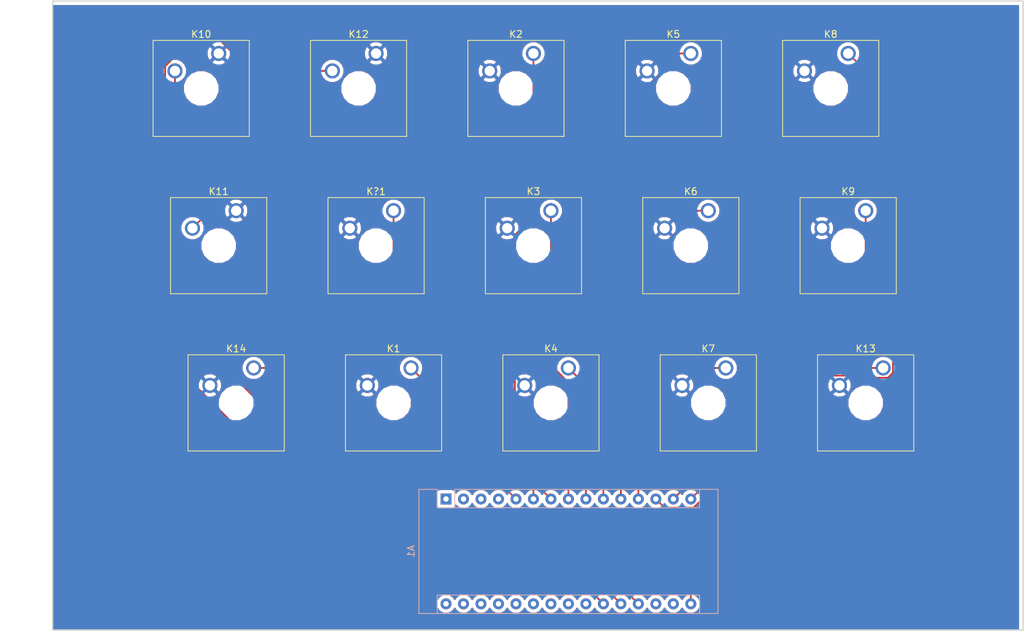
<source format=kicad_pcb>
(kicad_pcb (version 20171130) (host pcbnew 5.0.0-fee4fd1~66~ubuntu18.04.1)

  (general
    (thickness 1.6)
    (drawings 14)
    (tracks 65)
    (zones 0)
    (modules 16)
    (nets 32)
  )

  (page A4)
  (layers
    (0 F.Cu signal)
    (31 B.Cu signal)
    (32 B.Adhes user)
    (33 F.Adhes user)
    (34 B.Paste user)
    (35 F.Paste user)
    (36 B.SilkS user)
    (37 F.SilkS user)
    (38 B.Mask user)
    (39 F.Mask user)
    (40 Dwgs.User user)
    (41 Cmts.User user)
    (42 Eco1.User user)
    (43 Eco2.User user)
    (44 Edge.Cuts user)
    (45 Margin user)
    (46 B.CrtYd user)
    (47 F.CrtYd user)
    (48 B.Fab user)
    (49 F.Fab user)
  )

  (setup
    (last_trace_width 0.25)
    (trace_clearance 0.2)
    (zone_clearance 0.508)
    (zone_45_only no)
    (trace_min 0.2)
    (segment_width 0.2)
    (edge_width 0.15)
    (via_size 0.8)
    (via_drill 0.4)
    (via_min_size 0.4)
    (via_min_drill 0.3)
    (uvia_size 0.3)
    (uvia_drill 0.1)
    (uvias_allowed no)
    (uvia_min_size 0.2)
    (uvia_min_drill 0.1)
    (pcb_text_width 0.3)
    (pcb_text_size 1.5 1.5)
    (mod_edge_width 0.15)
    (mod_text_size 1 1)
    (mod_text_width 0.15)
    (pad_size 1.524 1.524)
    (pad_drill 0.762)
    (pad_to_mask_clearance 0.2)
    (aux_axis_origin 0 0)
    (visible_elements FFFFF77F)
    (pcbplotparams
      (layerselection 0x00800_7ffffffe)
      (usegerberextensions false)
      (usegerberattributes false)
      (usegerberadvancedattributes false)
      (creategerberjobfile false)
      (excludeedgelayer true)
      (linewidth 0.100000)
      (plotframeref true)
      (viasonmask true)
      (mode 1)
      (useauxorigin true)
      (hpglpennumber 1)
      (hpglpenspeed 20)
      (hpglpendiameter 15.000000)
      (psnegative false)
      (psa4output false)
      (plotreference true)
      (plotvalue true)
      (plotinvisibletext true)
      (padsonsilk false)
      (subtractmaskfromsilk false)
      (outputformat 3)
      (mirror false)
      (drillshape 2)
      (scaleselection 1)
      (outputdirectory ""))
  )

  (net 0 "")
  (net 1 GND)
  (net 2 "Net-(A1-Pad1)")
  (net 3 "Net-(A1-Pad17)")
  (net 4 "Net-(A1-Pad2)")
  (net 5 "Net-(A1-Pad18)")
  (net 6 "Net-(A1-Pad3)")
  (net 7 "Net-(A1-Pad19)")
  (net 8 "Net-(A1-Pad4)")
  (net 9 "Net-(A1-Pad20)")
  (net 10 "Net-(A1-Pad5)")
  (net 11 "Net-(A1-Pad21)")
  (net 12 "Net-(A1-Pad6)")
  (net 13 "Net-(A1-Pad22)")
  (net 14 "Net-(A1-Pad7)")
  (net 15 "Net-(A1-Pad23)")
  (net 16 "Net-(A1-Pad8)")
  (net 17 "Net-(A1-Pad24)")
  (net 18 "Net-(A1-Pad9)")
  (net 19 "Net-(A1-Pad25)")
  (net 20 "Net-(A1-Pad10)")
  (net 21 "Net-(A1-Pad26)")
  (net 22 "Net-(A1-Pad11)")
  (net 23 "Net-(A1-Pad27)")
  (net 24 "Net-(A1-Pad12)")
  (net 25 "Net-(A1-Pad28)")
  (net 26 "Net-(A1-Pad13)")
  (net 27 "Net-(A1-Pad29)")
  (net 28 "Net-(A1-Pad14)")
  (net 29 "Net-(A1-Pad30)")
  (net 30 "Net-(A1-Pad15)")
  (net 31 "Net-(A1-Pad16)")

  (net_class Default "This is the default net class."
    (clearance 0.2)
    (trace_width 0.25)
    (via_dia 0.8)
    (via_drill 0.4)
    (uvia_dia 0.3)
    (uvia_drill 0.1)
    (add_net GND)
    (add_net "Net-(A1-Pad1)")
    (add_net "Net-(A1-Pad10)")
    (add_net "Net-(A1-Pad11)")
    (add_net "Net-(A1-Pad12)")
    (add_net "Net-(A1-Pad13)")
    (add_net "Net-(A1-Pad14)")
    (add_net "Net-(A1-Pad15)")
    (add_net "Net-(A1-Pad16)")
    (add_net "Net-(A1-Pad17)")
    (add_net "Net-(A1-Pad18)")
    (add_net "Net-(A1-Pad19)")
    (add_net "Net-(A1-Pad2)")
    (add_net "Net-(A1-Pad20)")
    (add_net "Net-(A1-Pad21)")
    (add_net "Net-(A1-Pad22)")
    (add_net "Net-(A1-Pad23)")
    (add_net "Net-(A1-Pad24)")
    (add_net "Net-(A1-Pad25)")
    (add_net "Net-(A1-Pad26)")
    (add_net "Net-(A1-Pad27)")
    (add_net "Net-(A1-Pad28)")
    (add_net "Net-(A1-Pad29)")
    (add_net "Net-(A1-Pad3)")
    (add_net "Net-(A1-Pad30)")
    (add_net "Net-(A1-Pad4)")
    (add_net "Net-(A1-Pad5)")
    (add_net "Net-(A1-Pad6)")
    (add_net "Net-(A1-Pad7)")
    (add_net "Net-(A1-Pad8)")
    (add_net "Net-(A1-Pad9)")
  )

  (module Button_Switch_Keyboard:SW_Cherry_MX1A_1.00u_Plate (layer F.Cu) (tedit 5A02FE24) (tstamp 5BD8D2F9)
    (at 78.74 52.07)
    (descr "Cherry MX keyswitch, MX1A, 1.00u, plate mount, http://cherryamericas.com/wp-content/uploads/2014/12/mx_cat.pdf")
    (tags "cherry mx keyswitch MX1A 1.00u plate")
    (path /5BD9DCC4)
    (fp_text reference K?1 (at -2.54 -2.794) (layer F.SilkS)
      (effects (font (size 1 1) (thickness 0.15)))
    )
    (fp_text value KEYSW (at -2.54 12.954) (layer F.Fab)
      (effects (font (size 1 1) (thickness 0.15)))
    )
    (fp_line (start -9.525 12.065) (end -9.525 -1.905) (layer F.SilkS) (width 0.12))
    (fp_line (start 4.445 12.065) (end -9.525 12.065) (layer F.SilkS) (width 0.12))
    (fp_line (start 4.445 -1.905) (end 4.445 12.065) (layer F.SilkS) (width 0.12))
    (fp_line (start -9.525 -1.905) (end 4.445 -1.905) (layer F.SilkS) (width 0.12))
    (fp_line (start -12.065 14.605) (end -12.065 -4.445) (layer Dwgs.User) (width 0.15))
    (fp_line (start 6.985 14.605) (end -12.065 14.605) (layer Dwgs.User) (width 0.15))
    (fp_line (start 6.985 -4.445) (end 6.985 14.605) (layer Dwgs.User) (width 0.15))
    (fp_line (start -12.065 -4.445) (end 6.985 -4.445) (layer Dwgs.User) (width 0.15))
    (fp_line (start -9.14 -1.52) (end 4.06 -1.52) (layer F.CrtYd) (width 0.05))
    (fp_line (start 4.06 -1.52) (end 4.06 11.68) (layer F.CrtYd) (width 0.05))
    (fp_line (start 4.06 11.68) (end -9.14 11.68) (layer F.CrtYd) (width 0.05))
    (fp_line (start -9.14 11.68) (end -9.14 -1.52) (layer F.CrtYd) (width 0.05))
    (fp_line (start -8.89 11.43) (end -8.89 -1.27) (layer F.Fab) (width 0.15))
    (fp_line (start 3.81 11.43) (end -8.89 11.43) (layer F.Fab) (width 0.15))
    (fp_line (start 3.81 -1.27) (end 3.81 11.43) (layer F.Fab) (width 0.15))
    (fp_line (start -8.89 -1.27) (end 3.81 -1.27) (layer F.Fab) (width 0.15))
    (fp_text user %R (at -2.54 -2.794) (layer F.Fab)
      (effects (font (size 1 1) (thickness 0.15)))
    )
    (pad "" np_thru_hole circle (at -2.54 5.08) (size 4 4) (drill 4) (layers *.Cu *.Mask))
    (pad 2 thru_hole circle (at -6.35 2.54) (size 2.2 2.2) (drill 1.5) (layers *.Cu *.Mask)
      (net 1 GND))
    (pad 1 thru_hole circle (at 0 0) (size 2.2 2.2) (drill 1.5) (layers *.Cu *.Mask)
      (net 10 "Net-(A1-Pad5)"))
    (model ${KISYS3DMOD}/Button_Switch_Keyboard.3dshapes/SW_Cherry_MX1A_1.00u_Plate.wrl
      (at (xyz 0 0 0))
      (scale (xyz 1 1 1))
      (rotate (xyz 0 0 0))
    )
  )

  (module Module:Arduino_Nano (layer B.Cu) (tedit 58ACAF70) (tstamp 5BD8D191)
    (at 86.36 93.98 270)
    (descr "Arduino Nano, http://www.mouser.com/pdfdocs/Gravitech_Arduino_Nano3_0.pdf")
    (tags "Arduino Nano")
    (path /5BD9DC53)
    (fp_text reference A1 (at 7.62 5.08 270) (layer B.SilkS)
      (effects (font (size 1 1) (thickness 0.15)) (justify mirror))
    )
    (fp_text value Arduino_Nano_v3.x (at 8.89 -19.05 180) (layer B.Fab)
      (effects (font (size 1 1) (thickness 0.15)) (justify mirror))
    )
    (fp_text user %R (at 6.35 -19.05 180) (layer B.Fab)
      (effects (font (size 1 1) (thickness 0.15)) (justify mirror))
    )
    (fp_line (start 1.27 -1.27) (end 1.27 1.27) (layer B.SilkS) (width 0.12))
    (fp_line (start 1.27 1.27) (end -1.4 1.27) (layer B.SilkS) (width 0.12))
    (fp_line (start -1.4 -1.27) (end -1.4 -39.5) (layer B.SilkS) (width 0.12))
    (fp_line (start -1.4 3.94) (end -1.4 1.27) (layer B.SilkS) (width 0.12))
    (fp_line (start 13.97 1.27) (end 16.64 1.27) (layer B.SilkS) (width 0.12))
    (fp_line (start 13.97 1.27) (end 13.97 -36.83) (layer B.SilkS) (width 0.12))
    (fp_line (start 13.97 -36.83) (end 16.64 -36.83) (layer B.SilkS) (width 0.12))
    (fp_line (start 1.27 -1.27) (end -1.4 -1.27) (layer B.SilkS) (width 0.12))
    (fp_line (start 1.27 -1.27) (end 1.27 -36.83) (layer B.SilkS) (width 0.12))
    (fp_line (start 1.27 -36.83) (end -1.4 -36.83) (layer B.SilkS) (width 0.12))
    (fp_line (start 3.81 -31.75) (end 11.43 -31.75) (layer B.Fab) (width 0.1))
    (fp_line (start 11.43 -31.75) (end 11.43 -41.91) (layer B.Fab) (width 0.1))
    (fp_line (start 11.43 -41.91) (end 3.81 -41.91) (layer B.Fab) (width 0.1))
    (fp_line (start 3.81 -41.91) (end 3.81 -31.75) (layer B.Fab) (width 0.1))
    (fp_line (start -1.4 -39.5) (end 16.64 -39.5) (layer B.SilkS) (width 0.12))
    (fp_line (start 16.64 -39.5) (end 16.64 3.94) (layer B.SilkS) (width 0.12))
    (fp_line (start 16.64 3.94) (end -1.4 3.94) (layer B.SilkS) (width 0.12))
    (fp_line (start 16.51 -39.37) (end -1.27 -39.37) (layer B.Fab) (width 0.1))
    (fp_line (start -1.27 -39.37) (end -1.27 2.54) (layer B.Fab) (width 0.1))
    (fp_line (start -1.27 2.54) (end 0 3.81) (layer B.Fab) (width 0.1))
    (fp_line (start 0 3.81) (end 16.51 3.81) (layer B.Fab) (width 0.1))
    (fp_line (start 16.51 3.81) (end 16.51 -39.37) (layer B.Fab) (width 0.1))
    (fp_line (start -1.53 4.06) (end 16.75 4.06) (layer B.CrtYd) (width 0.05))
    (fp_line (start -1.53 4.06) (end -1.53 -42.16) (layer B.CrtYd) (width 0.05))
    (fp_line (start 16.75 -42.16) (end 16.75 4.06) (layer B.CrtYd) (width 0.05))
    (fp_line (start 16.75 -42.16) (end -1.53 -42.16) (layer B.CrtYd) (width 0.05))
    (pad 1 thru_hole rect (at 0 0 270) (size 1.6 1.6) (drill 0.8) (layers *.Cu *.Mask)
      (net 2 "Net-(A1-Pad1)"))
    (pad 17 thru_hole oval (at 15.24 -33.02 270) (size 1.6 1.6) (drill 0.8) (layers *.Cu *.Mask)
      (net 3 "Net-(A1-Pad17)"))
    (pad 2 thru_hole oval (at 0 -2.54 270) (size 1.6 1.6) (drill 0.8) (layers *.Cu *.Mask)
      (net 4 "Net-(A1-Pad2)"))
    (pad 18 thru_hole oval (at 15.24 -30.48 270) (size 1.6 1.6) (drill 0.8) (layers *.Cu *.Mask)
      (net 5 "Net-(A1-Pad18)"))
    (pad 3 thru_hole oval (at 0 -5.08 270) (size 1.6 1.6) (drill 0.8) (layers *.Cu *.Mask)
      (net 6 "Net-(A1-Pad3)"))
    (pad 19 thru_hole oval (at 15.24 -27.94 270) (size 1.6 1.6) (drill 0.8) (layers *.Cu *.Mask)
      (net 7 "Net-(A1-Pad19)"))
    (pad 4 thru_hole oval (at 0 -7.62 270) (size 1.6 1.6) (drill 0.8) (layers *.Cu *.Mask)
      (net 8 "Net-(A1-Pad4)"))
    (pad 20 thru_hole oval (at 15.24 -25.4 270) (size 1.6 1.6) (drill 0.8) (layers *.Cu *.Mask)
      (net 9 "Net-(A1-Pad20)"))
    (pad 5 thru_hole oval (at 0 -10.16 270) (size 1.6 1.6) (drill 0.8) (layers *.Cu *.Mask)
      (net 10 "Net-(A1-Pad5)"))
    (pad 21 thru_hole oval (at 15.24 -22.86 270) (size 1.6 1.6) (drill 0.8) (layers *.Cu *.Mask)
      (net 11 "Net-(A1-Pad21)"))
    (pad 6 thru_hole oval (at 0 -12.7 270) (size 1.6 1.6) (drill 0.8) (layers *.Cu *.Mask)
      (net 12 "Net-(A1-Pad6)"))
    (pad 22 thru_hole oval (at 15.24 -20.32 270) (size 1.6 1.6) (drill 0.8) (layers *.Cu *.Mask)
      (net 13 "Net-(A1-Pad22)"))
    (pad 7 thru_hole oval (at 0 -15.24 270) (size 1.6 1.6) (drill 0.8) (layers *.Cu *.Mask)
      (net 14 "Net-(A1-Pad7)"))
    (pad 23 thru_hole oval (at 15.24 -17.78 270) (size 1.6 1.6) (drill 0.8) (layers *.Cu *.Mask)
      (net 15 "Net-(A1-Pad23)"))
    (pad 8 thru_hole oval (at 0 -17.78 270) (size 1.6 1.6) (drill 0.8) (layers *.Cu *.Mask)
      (net 16 "Net-(A1-Pad8)"))
    (pad 24 thru_hole oval (at 15.24 -15.24 270) (size 1.6 1.6) (drill 0.8) (layers *.Cu *.Mask)
      (net 17 "Net-(A1-Pad24)"))
    (pad 9 thru_hole oval (at 0 -20.32 270) (size 1.6 1.6) (drill 0.8) (layers *.Cu *.Mask)
      (net 18 "Net-(A1-Pad9)"))
    (pad 25 thru_hole oval (at 15.24 -12.7 270) (size 1.6 1.6) (drill 0.8) (layers *.Cu *.Mask)
      (net 19 "Net-(A1-Pad25)"))
    (pad 10 thru_hole oval (at 0 -22.86 270) (size 1.6 1.6) (drill 0.8) (layers *.Cu *.Mask)
      (net 20 "Net-(A1-Pad10)"))
    (pad 26 thru_hole oval (at 15.24 -10.16 270) (size 1.6 1.6) (drill 0.8) (layers *.Cu *.Mask)
      (net 21 "Net-(A1-Pad26)"))
    (pad 11 thru_hole oval (at 0 -25.4 270) (size 1.6 1.6) (drill 0.8) (layers *.Cu *.Mask)
      (net 22 "Net-(A1-Pad11)"))
    (pad 27 thru_hole oval (at 15.24 -7.62 270) (size 1.6 1.6) (drill 0.8) (layers *.Cu *.Mask)
      (net 23 "Net-(A1-Pad27)"))
    (pad 12 thru_hole oval (at 0 -27.94 270) (size 1.6 1.6) (drill 0.8) (layers *.Cu *.Mask)
      (net 24 "Net-(A1-Pad12)"))
    (pad 28 thru_hole oval (at 15.24 -5.08 270) (size 1.6 1.6) (drill 0.8) (layers *.Cu *.Mask)
      (net 25 "Net-(A1-Pad28)"))
    (pad 13 thru_hole oval (at 0 -30.48 270) (size 1.6 1.6) (drill 0.8) (layers *.Cu *.Mask)
      (net 26 "Net-(A1-Pad13)"))
    (pad 29 thru_hole oval (at 15.24 -2.54 270) (size 1.6 1.6) (drill 0.8) (layers *.Cu *.Mask)
      (net 27 "Net-(A1-Pad29)"))
    (pad 14 thru_hole oval (at 0 -33.02 270) (size 1.6 1.6) (drill 0.8) (layers *.Cu *.Mask)
      (net 28 "Net-(A1-Pad14)"))
    (pad 30 thru_hole oval (at 15.24 0 270) (size 1.6 1.6) (drill 0.8) (layers *.Cu *.Mask)
      (net 29 "Net-(A1-Pad30)"))
    (pad 15 thru_hole oval (at 0 -35.56 270) (size 1.6 1.6) (drill 0.8) (layers *.Cu *.Mask)
      (net 30 "Net-(A1-Pad15)"))
    (pad 16 thru_hole oval (at 15.24 -35.56 270) (size 1.6 1.6) (drill 0.8) (layers *.Cu *.Mask)
      (net 31 "Net-(A1-Pad16)"))
    (model ${KISYS3DMOD}/Module.3dshapes/Arduino_Nano_WithMountingHoles.wrl
      (at (xyz 0 0 0))
      (scale (xyz 1 1 1))
      (rotate (xyz 0 0 0))
    )
  )

  (module Button_Switch_Keyboard:SW_Cherry_MX1A_1.00u_Plate (layer F.Cu) (tedit 5A02FE24) (tstamp 5BD8D1A9)
    (at 81.28 74.93)
    (descr "Cherry MX keyswitch, MX1A, 1.00u, plate mount, http://cherryamericas.com/wp-content/uploads/2014/12/mx_cat.pdf")
    (tags "cherry mx keyswitch MX1A 1.00u plate")
    (path /5BD9E4F8)
    (fp_text reference K1 (at -2.54 -2.794) (layer F.SilkS)
      (effects (font (size 1 1) (thickness 0.15)))
    )
    (fp_text value KEYSW (at -2.54 12.954) (layer F.Fab)
      (effects (font (size 1 1) (thickness 0.15)))
    )
    (fp_text user %R (at -2.54 -2.794) (layer F.Fab)
      (effects (font (size 1 1) (thickness 0.15)))
    )
    (fp_line (start -8.89 -1.27) (end 3.81 -1.27) (layer F.Fab) (width 0.15))
    (fp_line (start 3.81 -1.27) (end 3.81 11.43) (layer F.Fab) (width 0.15))
    (fp_line (start 3.81 11.43) (end -8.89 11.43) (layer F.Fab) (width 0.15))
    (fp_line (start -8.89 11.43) (end -8.89 -1.27) (layer F.Fab) (width 0.15))
    (fp_line (start -9.14 11.68) (end -9.14 -1.52) (layer F.CrtYd) (width 0.05))
    (fp_line (start 4.06 11.68) (end -9.14 11.68) (layer F.CrtYd) (width 0.05))
    (fp_line (start 4.06 -1.52) (end 4.06 11.68) (layer F.CrtYd) (width 0.05))
    (fp_line (start -9.14 -1.52) (end 4.06 -1.52) (layer F.CrtYd) (width 0.05))
    (fp_line (start -12.065 -4.445) (end 6.985 -4.445) (layer Dwgs.User) (width 0.15))
    (fp_line (start 6.985 -4.445) (end 6.985 14.605) (layer Dwgs.User) (width 0.15))
    (fp_line (start 6.985 14.605) (end -12.065 14.605) (layer Dwgs.User) (width 0.15))
    (fp_line (start -12.065 14.605) (end -12.065 -4.445) (layer Dwgs.User) (width 0.15))
    (fp_line (start -9.525 -1.905) (end 4.445 -1.905) (layer F.SilkS) (width 0.12))
    (fp_line (start 4.445 -1.905) (end 4.445 12.065) (layer F.SilkS) (width 0.12))
    (fp_line (start 4.445 12.065) (end -9.525 12.065) (layer F.SilkS) (width 0.12))
    (fp_line (start -9.525 12.065) (end -9.525 -1.905) (layer F.SilkS) (width 0.12))
    (pad 1 thru_hole circle (at 0 0) (size 2.2 2.2) (drill 1.5) (layers *.Cu *.Mask)
      (net 12 "Net-(A1-Pad6)"))
    (pad 2 thru_hole circle (at -6.35 2.54) (size 2.2 2.2) (drill 1.5) (layers *.Cu *.Mask)
      (net 1 GND))
    (pad "" np_thru_hole circle (at -2.54 5.08) (size 4 4) (drill 4) (layers *.Cu *.Mask))
    (model ${KISYS3DMOD}/Button_Switch_Keyboard.3dshapes/SW_Cherry_MX1A_1.00u_Plate.wrl
      (at (xyz 0 0 0))
      (scale (xyz 1 1 1))
      (rotate (xyz 0 0 0))
    )
  )

  (module Button_Switch_Keyboard:SW_Cherry_MX1A_1.00u_Plate (layer F.Cu) (tedit 5A02FE24) (tstamp 5BD8D1C1)
    (at 99.06 29.21)
    (descr "Cherry MX keyswitch, MX1A, 1.00u, plate mount, http://cherryamericas.com/wp-content/uploads/2014/12/mx_cat.pdf")
    (tags "cherry mx keyswitch MX1A 1.00u plate")
    (path /5BD9E528)
    (fp_text reference K2 (at -2.54 -2.794) (layer F.SilkS)
      (effects (font (size 1 1) (thickness 0.15)))
    )
    (fp_text value KEYSW (at -2.54 12.954) (layer F.Fab)
      (effects (font (size 1 1) (thickness 0.15)))
    )
    (fp_line (start -9.525 12.065) (end -9.525 -1.905) (layer F.SilkS) (width 0.12))
    (fp_line (start 4.445 12.065) (end -9.525 12.065) (layer F.SilkS) (width 0.12))
    (fp_line (start 4.445 -1.905) (end 4.445 12.065) (layer F.SilkS) (width 0.12))
    (fp_line (start -9.525 -1.905) (end 4.445 -1.905) (layer F.SilkS) (width 0.12))
    (fp_line (start -12.065 14.605) (end -12.065 -4.445) (layer Dwgs.User) (width 0.15))
    (fp_line (start 6.985 14.605) (end -12.065 14.605) (layer Dwgs.User) (width 0.15))
    (fp_line (start 6.985 -4.445) (end 6.985 14.605) (layer Dwgs.User) (width 0.15))
    (fp_line (start -12.065 -4.445) (end 6.985 -4.445) (layer Dwgs.User) (width 0.15))
    (fp_line (start -9.14 -1.52) (end 4.06 -1.52) (layer F.CrtYd) (width 0.05))
    (fp_line (start 4.06 -1.52) (end 4.06 11.68) (layer F.CrtYd) (width 0.05))
    (fp_line (start 4.06 11.68) (end -9.14 11.68) (layer F.CrtYd) (width 0.05))
    (fp_line (start -9.14 11.68) (end -9.14 -1.52) (layer F.CrtYd) (width 0.05))
    (fp_line (start -8.89 11.43) (end -8.89 -1.27) (layer F.Fab) (width 0.15))
    (fp_line (start 3.81 11.43) (end -8.89 11.43) (layer F.Fab) (width 0.15))
    (fp_line (start 3.81 -1.27) (end 3.81 11.43) (layer F.Fab) (width 0.15))
    (fp_line (start -8.89 -1.27) (end 3.81 -1.27) (layer F.Fab) (width 0.15))
    (fp_text user %R (at -2.54 -2.794) (layer F.Fab)
      (effects (font (size 1 1) (thickness 0.15)))
    )
    (pad "" np_thru_hole circle (at -2.54 5.08) (size 4 4) (drill 4) (layers *.Cu *.Mask))
    (pad 2 thru_hole circle (at -6.35 2.54) (size 2.2 2.2) (drill 1.5) (layers *.Cu *.Mask)
      (net 1 GND))
    (pad 1 thru_hole circle (at 0 0) (size 2.2 2.2) (drill 1.5) (layers *.Cu *.Mask)
      (net 14 "Net-(A1-Pad7)"))
    (model ${KISYS3DMOD}/Button_Switch_Keyboard.3dshapes/SW_Cherry_MX1A_1.00u_Plate.wrl
      (at (xyz 0 0 0))
      (scale (xyz 1 1 1))
      (rotate (xyz 0 0 0))
    )
  )

  (module Button_Switch_Keyboard:SW_Cherry_MX1A_1.00u_Plate (layer F.Cu) (tedit 5A02FE24) (tstamp 5BD8D1D9)
    (at 101.6 52.07)
    (descr "Cherry MX keyswitch, MX1A, 1.00u, plate mount, http://cherryamericas.com/wp-content/uploads/2014/12/mx_cat.pdf")
    (tags "cherry mx keyswitch MX1A 1.00u plate")
    (path /5BD9E553)
    (fp_text reference K3 (at -2.54 -2.794) (layer F.SilkS)
      (effects (font (size 1 1) (thickness 0.15)))
    )
    (fp_text value KEYSW (at -1.27 12.7) (layer F.Fab)
      (effects (font (size 1 1) (thickness 0.15)))
    )
    (fp_line (start -9.525 12.065) (end -9.525 -1.905) (layer F.SilkS) (width 0.12))
    (fp_line (start 4.445 12.065) (end -9.525 12.065) (layer F.SilkS) (width 0.12))
    (fp_line (start 4.445 -1.905) (end 4.445 12.065) (layer F.SilkS) (width 0.12))
    (fp_line (start -9.525 -1.905) (end 4.445 -1.905) (layer F.SilkS) (width 0.12))
    (fp_line (start -12.065 14.605) (end -12.065 -4.445) (layer Dwgs.User) (width 0.15))
    (fp_line (start 6.985 14.605) (end -12.065 14.605) (layer Dwgs.User) (width 0.15))
    (fp_line (start 6.985 -4.445) (end 6.985 14.605) (layer Dwgs.User) (width 0.15))
    (fp_line (start -12.065 -4.445) (end 6.985 -4.445) (layer Dwgs.User) (width 0.15))
    (fp_line (start -9.14 -1.52) (end 4.06 -1.52) (layer F.CrtYd) (width 0.05))
    (fp_line (start 4.06 -1.52) (end 4.06 11.68) (layer F.CrtYd) (width 0.05))
    (fp_line (start 4.06 11.68) (end -9.14 11.68) (layer F.CrtYd) (width 0.05))
    (fp_line (start -9.14 11.68) (end -9.14 -1.52) (layer F.CrtYd) (width 0.05))
    (fp_line (start -8.89 11.43) (end -8.89 -1.27) (layer F.Fab) (width 0.15))
    (fp_line (start 3.81 11.43) (end -8.89 11.43) (layer F.Fab) (width 0.15))
    (fp_line (start 3.81 -1.27) (end 3.81 11.43) (layer F.Fab) (width 0.15))
    (fp_line (start -8.89 -1.27) (end 3.81 -1.27) (layer F.Fab) (width 0.15))
    (fp_text user %R (at -2.54 -2.794) (layer F.Fab)
      (effects (font (size 1 1) (thickness 0.15)))
    )
    (pad "" np_thru_hole circle (at -2.54 5.08) (size 4 4) (drill 4) (layers *.Cu *.Mask))
    (pad 2 thru_hole circle (at -6.35 2.54) (size 2.2 2.2) (drill 1.5) (layers *.Cu *.Mask)
      (net 1 GND))
    (pad 1 thru_hole circle (at 0 0) (size 2.2 2.2) (drill 1.5) (layers *.Cu *.Mask)
      (net 16 "Net-(A1-Pad8)"))
    (model ${KISYS3DMOD}/Button_Switch_Keyboard.3dshapes/SW_Cherry_MX1A_1.00u_Plate.wrl
      (at (xyz 0 0 0))
      (scale (xyz 1 1 1))
      (rotate (xyz 0 0 0))
    )
  )

  (module Button_Switch_Keyboard:SW_Cherry_MX1A_1.00u_Plate (layer F.Cu) (tedit 5A02FE24) (tstamp 5BD8D1F1)
    (at 104.14 74.93)
    (descr "Cherry MX keyswitch, MX1A, 1.00u, plate mount, http://cherryamericas.com/wp-content/uploads/2014/12/mx_cat.pdf")
    (tags "cherry mx keyswitch MX1A 1.00u plate")
    (path /5BD9E57A)
    (fp_text reference K4 (at -2.54 -2.794) (layer F.SilkS)
      (effects (font (size 1 1) (thickness 0.15)))
    )
    (fp_text value KEYSW (at -2.54 12.954) (layer F.Fab)
      (effects (font (size 1 1) (thickness 0.15)))
    )
    (fp_text user %R (at -2.54 -2.794) (layer F.Fab)
      (effects (font (size 1 1) (thickness 0.15)))
    )
    (fp_line (start -8.89 -1.27) (end 3.81 -1.27) (layer F.Fab) (width 0.15))
    (fp_line (start 3.81 -1.27) (end 3.81 11.43) (layer F.Fab) (width 0.15))
    (fp_line (start 3.81 11.43) (end -8.89 11.43) (layer F.Fab) (width 0.15))
    (fp_line (start -8.89 11.43) (end -8.89 -1.27) (layer F.Fab) (width 0.15))
    (fp_line (start -9.14 11.68) (end -9.14 -1.52) (layer F.CrtYd) (width 0.05))
    (fp_line (start 4.06 11.68) (end -9.14 11.68) (layer F.CrtYd) (width 0.05))
    (fp_line (start 4.06 -1.52) (end 4.06 11.68) (layer F.CrtYd) (width 0.05))
    (fp_line (start -9.14 -1.52) (end 4.06 -1.52) (layer F.CrtYd) (width 0.05))
    (fp_line (start -12.065 -4.445) (end 6.985 -4.445) (layer Dwgs.User) (width 0.15))
    (fp_line (start 6.985 -4.445) (end 6.985 14.605) (layer Dwgs.User) (width 0.15))
    (fp_line (start 6.985 14.605) (end -12.065 14.605) (layer Dwgs.User) (width 0.15))
    (fp_line (start -12.065 14.605) (end -12.065 -4.445) (layer Dwgs.User) (width 0.15))
    (fp_line (start -9.525 -1.905) (end 4.445 -1.905) (layer F.SilkS) (width 0.12))
    (fp_line (start 4.445 -1.905) (end 4.445 12.065) (layer F.SilkS) (width 0.12))
    (fp_line (start 4.445 12.065) (end -9.525 12.065) (layer F.SilkS) (width 0.12))
    (fp_line (start -9.525 12.065) (end -9.525 -1.905) (layer F.SilkS) (width 0.12))
    (pad 1 thru_hole circle (at 0 0) (size 2.2 2.2) (drill 1.5) (layers *.Cu *.Mask)
      (net 18 "Net-(A1-Pad9)"))
    (pad 2 thru_hole circle (at -6.35 2.54) (size 2.2 2.2) (drill 1.5) (layers *.Cu *.Mask)
      (net 1 GND))
    (pad "" np_thru_hole circle (at -2.54 5.08) (size 4 4) (drill 4) (layers *.Cu *.Mask))
    (model ${KISYS3DMOD}/Button_Switch_Keyboard.3dshapes/SW_Cherry_MX1A_1.00u_Plate.wrl
      (at (xyz 0 0 0))
      (scale (xyz 1 1 1))
      (rotate (xyz 0 0 0))
    )
  )

  (module Button_Switch_Keyboard:SW_Cherry_MX1A_1.00u_Plate (layer F.Cu) (tedit 5A02FE24) (tstamp 5BD8D209)
    (at 121.92 29.21)
    (descr "Cherry MX keyswitch, MX1A, 1.00u, plate mount, http://cherryamericas.com/wp-content/uploads/2014/12/mx_cat.pdf")
    (tags "cherry mx keyswitch MX1A 1.00u plate")
    (path /5BD9E6B1)
    (fp_text reference K5 (at -2.54 -2.794) (layer F.SilkS)
      (effects (font (size 1 1) (thickness 0.15)))
    )
    (fp_text value KEYSW (at -2.54 12.954) (layer F.Fab)
      (effects (font (size 1 1) (thickness 0.15)))
    )
    (fp_text user %R (at -2.54 -2.794) (layer F.Fab)
      (effects (font (size 1 1) (thickness 0.15)))
    )
    (fp_line (start -8.89 -1.27) (end 3.81 -1.27) (layer F.Fab) (width 0.15))
    (fp_line (start 3.81 -1.27) (end 3.81 11.43) (layer F.Fab) (width 0.15))
    (fp_line (start 3.81 11.43) (end -8.89 11.43) (layer F.Fab) (width 0.15))
    (fp_line (start -8.89 11.43) (end -8.89 -1.27) (layer F.Fab) (width 0.15))
    (fp_line (start -9.14 11.68) (end -9.14 -1.52) (layer F.CrtYd) (width 0.05))
    (fp_line (start 4.06 11.68) (end -9.14 11.68) (layer F.CrtYd) (width 0.05))
    (fp_line (start 4.06 -1.52) (end 4.06 11.68) (layer F.CrtYd) (width 0.05))
    (fp_line (start -9.14 -1.52) (end 4.06 -1.52) (layer F.CrtYd) (width 0.05))
    (fp_line (start -12.065 -4.445) (end 6.985 -4.445) (layer Dwgs.User) (width 0.15))
    (fp_line (start 6.985 -4.445) (end 6.985 14.605) (layer Dwgs.User) (width 0.15))
    (fp_line (start 6.985 14.605) (end -12.065 14.605) (layer Dwgs.User) (width 0.15))
    (fp_line (start -12.065 14.605) (end -12.065 -4.445) (layer Dwgs.User) (width 0.15))
    (fp_line (start -9.525 -1.905) (end 4.445 -1.905) (layer F.SilkS) (width 0.12))
    (fp_line (start 4.445 -1.905) (end 4.445 12.065) (layer F.SilkS) (width 0.12))
    (fp_line (start 4.445 12.065) (end -9.525 12.065) (layer F.SilkS) (width 0.12))
    (fp_line (start -9.525 12.065) (end -9.525 -1.905) (layer F.SilkS) (width 0.12))
    (pad 1 thru_hole circle (at 0 0) (size 2.2 2.2) (drill 1.5) (layers *.Cu *.Mask)
      (net 20 "Net-(A1-Pad10)"))
    (pad 2 thru_hole circle (at -6.35 2.54) (size 2.2 2.2) (drill 1.5) (layers *.Cu *.Mask)
      (net 1 GND))
    (pad "" np_thru_hole circle (at -2.54 5.08) (size 4 4) (drill 4) (layers *.Cu *.Mask))
    (model ${KISYS3DMOD}/Button_Switch_Keyboard.3dshapes/SW_Cherry_MX1A_1.00u_Plate.wrl
      (at (xyz 0 0 0))
      (scale (xyz 1 1 1))
      (rotate (xyz 0 0 0))
    )
  )

  (module Button_Switch_Keyboard:SW_Cherry_MX1A_1.00u_Plate (layer F.Cu) (tedit 5A02FE24) (tstamp 5BD8D221)
    (at 124.46 52.07)
    (descr "Cherry MX keyswitch, MX1A, 1.00u, plate mount, http://cherryamericas.com/wp-content/uploads/2014/12/mx_cat.pdf")
    (tags "cherry mx keyswitch MX1A 1.00u plate")
    (path /5BD9E6BE)
    (fp_text reference K6 (at -2.54 -2.794) (layer F.SilkS)
      (effects (font (size 1 1) (thickness 0.15)))
    )
    (fp_text value KEYSW (at -2.54 12.954) (layer F.Fab)
      (effects (font (size 1 1) (thickness 0.15)))
    )
    (fp_line (start -9.525 12.065) (end -9.525 -1.905) (layer F.SilkS) (width 0.12))
    (fp_line (start 4.445 12.065) (end -9.525 12.065) (layer F.SilkS) (width 0.12))
    (fp_line (start 4.445 -1.905) (end 4.445 12.065) (layer F.SilkS) (width 0.12))
    (fp_line (start -9.525 -1.905) (end 4.445 -1.905) (layer F.SilkS) (width 0.12))
    (fp_line (start -12.065 14.605) (end -12.065 -4.445) (layer Dwgs.User) (width 0.15))
    (fp_line (start 6.985 14.605) (end -12.065 14.605) (layer Dwgs.User) (width 0.15))
    (fp_line (start 6.985 -4.445) (end 6.985 14.605) (layer Dwgs.User) (width 0.15))
    (fp_line (start -12.065 -4.445) (end 6.985 -4.445) (layer Dwgs.User) (width 0.15))
    (fp_line (start -9.14 -1.52) (end 4.06 -1.52) (layer F.CrtYd) (width 0.05))
    (fp_line (start 4.06 -1.52) (end 4.06 11.68) (layer F.CrtYd) (width 0.05))
    (fp_line (start 4.06 11.68) (end -9.14 11.68) (layer F.CrtYd) (width 0.05))
    (fp_line (start -9.14 11.68) (end -9.14 -1.52) (layer F.CrtYd) (width 0.05))
    (fp_line (start -8.89 11.43) (end -8.89 -1.27) (layer F.Fab) (width 0.15))
    (fp_line (start 3.81 11.43) (end -8.89 11.43) (layer F.Fab) (width 0.15))
    (fp_line (start 3.81 -1.27) (end 3.81 11.43) (layer F.Fab) (width 0.15))
    (fp_line (start -8.89 -1.27) (end 3.81 -1.27) (layer F.Fab) (width 0.15))
    (fp_text user %R (at -2.54 -2.794) (layer F.Fab)
      (effects (font (size 1 1) (thickness 0.15)))
    )
    (pad "" np_thru_hole circle (at -2.54 5.08) (size 4 4) (drill 4) (layers *.Cu *.Mask))
    (pad 2 thru_hole circle (at -6.35 2.54) (size 2.2 2.2) (drill 1.5) (layers *.Cu *.Mask)
      (net 1 GND))
    (pad 1 thru_hole circle (at 0 0) (size 2.2 2.2) (drill 1.5) (layers *.Cu *.Mask)
      (net 22 "Net-(A1-Pad11)"))
    (model ${KISYS3DMOD}/Button_Switch_Keyboard.3dshapes/SW_Cherry_MX1A_1.00u_Plate.wrl
      (at (xyz 0 0 0))
      (scale (xyz 1 1 1))
      (rotate (xyz 0 0 0))
    )
  )

  (module Button_Switch_Keyboard:SW_Cherry_MX1A_1.00u_Plate (layer F.Cu) (tedit 5A02FE24) (tstamp 5BD8D239)
    (at 127 74.93)
    (descr "Cherry MX keyswitch, MX1A, 1.00u, plate mount, http://cherryamericas.com/wp-content/uploads/2014/12/mx_cat.pdf")
    (tags "cherry mx keyswitch MX1A 1.00u plate")
    (path /5BD9E6CB)
    (fp_text reference K7 (at -2.54 -2.794) (layer F.SilkS)
      (effects (font (size 1 1) (thickness 0.15)))
    )
    (fp_text value KEYSW (at -2.54 12.954) (layer F.Fab)
      (effects (font (size 1 1) (thickness 0.15)))
    )
    (fp_line (start -9.525 12.065) (end -9.525 -1.905) (layer F.SilkS) (width 0.12))
    (fp_line (start 4.445 12.065) (end -9.525 12.065) (layer F.SilkS) (width 0.12))
    (fp_line (start 4.445 -1.905) (end 4.445 12.065) (layer F.SilkS) (width 0.12))
    (fp_line (start -9.525 -1.905) (end 4.445 -1.905) (layer F.SilkS) (width 0.12))
    (fp_line (start -12.065 14.605) (end -12.065 -4.445) (layer Dwgs.User) (width 0.15))
    (fp_line (start 6.985 14.605) (end -12.065 14.605) (layer Dwgs.User) (width 0.15))
    (fp_line (start 6.985 -4.445) (end 6.985 14.605) (layer Dwgs.User) (width 0.15))
    (fp_line (start -12.065 -4.445) (end 6.985 -4.445) (layer Dwgs.User) (width 0.15))
    (fp_line (start -9.14 -1.52) (end 4.06 -1.52) (layer F.CrtYd) (width 0.05))
    (fp_line (start 4.06 -1.52) (end 4.06 11.68) (layer F.CrtYd) (width 0.05))
    (fp_line (start 4.06 11.68) (end -9.14 11.68) (layer F.CrtYd) (width 0.05))
    (fp_line (start -9.14 11.68) (end -9.14 -1.52) (layer F.CrtYd) (width 0.05))
    (fp_line (start -8.89 11.43) (end -8.89 -1.27) (layer F.Fab) (width 0.15))
    (fp_line (start 3.81 11.43) (end -8.89 11.43) (layer F.Fab) (width 0.15))
    (fp_line (start 3.81 -1.27) (end 3.81 11.43) (layer F.Fab) (width 0.15))
    (fp_line (start -8.89 -1.27) (end 3.81 -1.27) (layer F.Fab) (width 0.15))
    (fp_text user %R (at -2.54 -2.794) (layer F.Fab)
      (effects (font (size 1 1) (thickness 0.15)))
    )
    (pad "" np_thru_hole circle (at -2.54 5.08) (size 4 4) (drill 4) (layers *.Cu *.Mask))
    (pad 2 thru_hole circle (at -6.35 2.54) (size 2.2 2.2) (drill 1.5) (layers *.Cu *.Mask)
      (net 1 GND))
    (pad 1 thru_hole circle (at 0 0) (size 2.2 2.2) (drill 1.5) (layers *.Cu *.Mask)
      (net 24 "Net-(A1-Pad12)"))
    (model ${KISYS3DMOD}/Button_Switch_Keyboard.3dshapes/SW_Cherry_MX1A_1.00u_Plate.wrl
      (at (xyz 0 0 0))
      (scale (xyz 1 1 1))
      (rotate (xyz 0 0 0))
    )
  )

  (module Button_Switch_Keyboard:SW_Cherry_MX1A_1.00u_Plate (layer F.Cu) (tedit 5A02FE24) (tstamp 5BD8D251)
    (at 144.78 29.21)
    (descr "Cherry MX keyswitch, MX1A, 1.00u, plate mount, http://cherryamericas.com/wp-content/uploads/2014/12/mx_cat.pdf")
    (tags "cherry mx keyswitch MX1A 1.00u plate")
    (path /5BD9E6D8)
    (fp_text reference K8 (at -2.54 -2.794) (layer F.SilkS)
      (effects (font (size 1 1) (thickness 0.15)))
    )
    (fp_text value KEYSW (at -2.54 12.954) (layer F.Fab)
      (effects (font (size 1 1) (thickness 0.15)))
    )
    (fp_line (start -9.525 12.065) (end -9.525 -1.905) (layer F.SilkS) (width 0.12))
    (fp_line (start 4.445 12.065) (end -9.525 12.065) (layer F.SilkS) (width 0.12))
    (fp_line (start 4.445 -1.905) (end 4.445 12.065) (layer F.SilkS) (width 0.12))
    (fp_line (start -9.525 -1.905) (end 4.445 -1.905) (layer F.SilkS) (width 0.12))
    (fp_line (start -12.065 14.605) (end -12.065 -4.445) (layer Dwgs.User) (width 0.15))
    (fp_line (start 6.985 14.605) (end -12.065 14.605) (layer Dwgs.User) (width 0.15))
    (fp_line (start 6.985 -4.445) (end 6.985 14.605) (layer Dwgs.User) (width 0.15))
    (fp_line (start -12.065 -4.445) (end 6.985 -4.445) (layer Dwgs.User) (width 0.15))
    (fp_line (start -9.14 -1.52) (end 4.06 -1.52) (layer F.CrtYd) (width 0.05))
    (fp_line (start 4.06 -1.52) (end 4.06 11.68) (layer F.CrtYd) (width 0.05))
    (fp_line (start 4.06 11.68) (end -9.14 11.68) (layer F.CrtYd) (width 0.05))
    (fp_line (start -9.14 11.68) (end -9.14 -1.52) (layer F.CrtYd) (width 0.05))
    (fp_line (start -8.89 11.43) (end -8.89 -1.27) (layer F.Fab) (width 0.15))
    (fp_line (start 3.81 11.43) (end -8.89 11.43) (layer F.Fab) (width 0.15))
    (fp_line (start 3.81 -1.27) (end 3.81 11.43) (layer F.Fab) (width 0.15))
    (fp_line (start -8.89 -1.27) (end 3.81 -1.27) (layer F.Fab) (width 0.15))
    (fp_text user %R (at -2.54 -2.794) (layer F.Fab)
      (effects (font (size 1 1) (thickness 0.15)))
    )
    (pad "" np_thru_hole circle (at -2.54 5.08) (size 4 4) (drill 4) (layers *.Cu *.Mask))
    (pad 2 thru_hole circle (at -6.35 2.54) (size 2.2 2.2) (drill 1.5) (layers *.Cu *.Mask)
      (net 1 GND))
    (pad 1 thru_hole circle (at 0 0) (size 2.2 2.2) (drill 1.5) (layers *.Cu *.Mask)
      (net 26 "Net-(A1-Pad13)"))
    (model ${KISYS3DMOD}/Button_Switch_Keyboard.3dshapes/SW_Cherry_MX1A_1.00u_Plate.wrl
      (at (xyz 0 0 0))
      (scale (xyz 1 1 1))
      (rotate (xyz 0 0 0))
    )
  )

  (module Button_Switch_Keyboard:SW_Cherry_MX1A_1.00u_Plate (layer F.Cu) (tedit 5A02FE24) (tstamp 5BD8D269)
    (at 147.32 52.07)
    (descr "Cherry MX keyswitch, MX1A, 1.00u, plate mount, http://cherryamericas.com/wp-content/uploads/2014/12/mx_cat.pdf")
    (tags "cherry mx keyswitch MX1A 1.00u plate")
    (path /5BD9E6E5)
    (fp_text reference K9 (at -2.54 -2.794) (layer F.SilkS)
      (effects (font (size 1 1) (thickness 0.15)))
    )
    (fp_text value KEYSW (at -2.54 12.954) (layer F.Fab)
      (effects (font (size 1 1) (thickness 0.15)))
    )
    (fp_text user %R (at -2.54 -2.794) (layer F.Fab)
      (effects (font (size 1 1) (thickness 0.15)))
    )
    (fp_line (start -8.89 -1.27) (end 3.81 -1.27) (layer F.Fab) (width 0.15))
    (fp_line (start 3.81 -1.27) (end 3.81 11.43) (layer F.Fab) (width 0.15))
    (fp_line (start 3.81 11.43) (end -8.89 11.43) (layer F.Fab) (width 0.15))
    (fp_line (start -8.89 11.43) (end -8.89 -1.27) (layer F.Fab) (width 0.15))
    (fp_line (start -9.14 11.68) (end -9.14 -1.52) (layer F.CrtYd) (width 0.05))
    (fp_line (start 4.06 11.68) (end -9.14 11.68) (layer F.CrtYd) (width 0.05))
    (fp_line (start 4.06 -1.52) (end 4.06 11.68) (layer F.CrtYd) (width 0.05))
    (fp_line (start -9.14 -1.52) (end 4.06 -1.52) (layer F.CrtYd) (width 0.05))
    (fp_line (start -12.065 -4.445) (end 6.985 -4.445) (layer Dwgs.User) (width 0.15))
    (fp_line (start 6.985 -4.445) (end 6.985 14.605) (layer Dwgs.User) (width 0.15))
    (fp_line (start 6.985 14.605) (end -12.065 14.605) (layer Dwgs.User) (width 0.15))
    (fp_line (start -12.065 14.605) (end -12.065 -4.445) (layer Dwgs.User) (width 0.15))
    (fp_line (start -9.525 -1.905) (end 4.445 -1.905) (layer F.SilkS) (width 0.12))
    (fp_line (start 4.445 -1.905) (end 4.445 12.065) (layer F.SilkS) (width 0.12))
    (fp_line (start 4.445 12.065) (end -9.525 12.065) (layer F.SilkS) (width 0.12))
    (fp_line (start -9.525 12.065) (end -9.525 -1.905) (layer F.SilkS) (width 0.12))
    (pad 1 thru_hole circle (at 0 0) (size 2.2 2.2) (drill 1.5) (layers *.Cu *.Mask)
      (net 28 "Net-(A1-Pad14)"))
    (pad 2 thru_hole circle (at -6.35 2.54) (size 2.2 2.2) (drill 1.5) (layers *.Cu *.Mask)
      (net 1 GND))
    (pad "" np_thru_hole circle (at -2.54 5.08) (size 4 4) (drill 4) (layers *.Cu *.Mask))
    (model ${KISYS3DMOD}/Button_Switch_Keyboard.3dshapes/SW_Cherry_MX1A_1.00u_Plate.wrl
      (at (xyz 0 0 0))
      (scale (xyz 1 1 1))
      (rotate (xyz 0 0 0))
    )
  )

  (module Button_Switch_Keyboard:SW_Cherry_MX1A_1.00u_Plate (layer F.Cu) (tedit 5A02FE24) (tstamp 5BD8D281)
    (at 53.34 29.21)
    (descr "Cherry MX keyswitch, MX1A, 1.00u, plate mount, http://cherryamericas.com/wp-content/uploads/2014/12/mx_cat.pdf")
    (tags "cherry mx keyswitch MX1A 1.00u plate")
    (path /5BD9E7EE)
    (fp_text reference K10 (at -2.54 -2.794) (layer F.SilkS)
      (effects (font (size 1 1) (thickness 0.15)))
    )
    (fp_text value KEYSW (at -2.54 12.954) (layer F.Fab)
      (effects (font (size 1 1) (thickness 0.15)))
    )
    (fp_line (start -9.525 12.065) (end -9.525 -1.905) (layer F.SilkS) (width 0.12))
    (fp_line (start 4.445 12.065) (end -9.525 12.065) (layer F.SilkS) (width 0.12))
    (fp_line (start 4.445 -1.905) (end 4.445 12.065) (layer F.SilkS) (width 0.12))
    (fp_line (start -9.525 -1.905) (end 4.445 -1.905) (layer F.SilkS) (width 0.12))
    (fp_line (start -12.065 14.605) (end -12.065 -4.445) (layer Dwgs.User) (width 0.15))
    (fp_line (start 6.985 14.605) (end -12.065 14.605) (layer Dwgs.User) (width 0.15))
    (fp_line (start 6.985 -4.445) (end 6.985 14.605) (layer Dwgs.User) (width 0.15))
    (fp_line (start -12.065 -4.445) (end 6.985 -4.445) (layer Dwgs.User) (width 0.15))
    (fp_line (start -9.14 -1.52) (end 4.06 -1.52) (layer F.CrtYd) (width 0.05))
    (fp_line (start 4.06 -1.52) (end 4.06 11.68) (layer F.CrtYd) (width 0.05))
    (fp_line (start 4.06 11.68) (end -9.14 11.68) (layer F.CrtYd) (width 0.05))
    (fp_line (start -9.14 11.68) (end -9.14 -1.52) (layer F.CrtYd) (width 0.05))
    (fp_line (start -8.89 11.43) (end -8.89 -1.27) (layer F.Fab) (width 0.15))
    (fp_line (start 3.81 11.43) (end -8.89 11.43) (layer F.Fab) (width 0.15))
    (fp_line (start 3.81 -1.27) (end 3.81 11.43) (layer F.Fab) (width 0.15))
    (fp_line (start -8.89 -1.27) (end 3.81 -1.27) (layer F.Fab) (width 0.15))
    (fp_text user %R (at -2.54 -2.794) (layer F.Fab)
      (effects (font (size 1 1) (thickness 0.15)))
    )
    (pad "" np_thru_hole circle (at -2.54 5.08) (size 4 4) (drill 4) (layers *.Cu *.Mask))
    (pad 2 thru_hole circle (at -6.35 2.54) (size 2.2 2.2) (drill 1.5) (layers *.Cu *.Mask)
      (net 7 "Net-(A1-Pad19)"))
    (pad 1 thru_hole circle (at 0 0) (size 2.2 2.2) (drill 1.5) (layers *.Cu *.Mask)
      (net 1 GND))
    (model ${KISYS3DMOD}/Button_Switch_Keyboard.3dshapes/SW_Cherry_MX1A_1.00u_Plate.wrl
      (at (xyz 0 0 0))
      (scale (xyz 1 1 1))
      (rotate (xyz 0 0 0))
    )
  )

  (module Button_Switch_Keyboard:SW_Cherry_MX1A_1.00u_Plate (layer F.Cu) (tedit 5A02FE24) (tstamp 5BD8D299)
    (at 55.88 52.07)
    (descr "Cherry MX keyswitch, MX1A, 1.00u, plate mount, http://cherryamericas.com/wp-content/uploads/2014/12/mx_cat.pdf")
    (tags "cherry mx keyswitch MX1A 1.00u plate")
    (path /5BD9E9FB)
    (fp_text reference K11 (at -2.54 -2.794) (layer F.SilkS)
      (effects (font (size 1 1) (thickness 0.15)))
    )
    (fp_text value KEYSW (at -2.54 12.954) (layer F.Fab)
      (effects (font (size 1 1) (thickness 0.15)))
    )
    (fp_text user %R (at -2.54 -2.794) (layer F.Fab)
      (effects (font (size 1 1) (thickness 0.15)))
    )
    (fp_line (start -8.89 -1.27) (end 3.81 -1.27) (layer F.Fab) (width 0.15))
    (fp_line (start 3.81 -1.27) (end 3.81 11.43) (layer F.Fab) (width 0.15))
    (fp_line (start 3.81 11.43) (end -8.89 11.43) (layer F.Fab) (width 0.15))
    (fp_line (start -8.89 11.43) (end -8.89 -1.27) (layer F.Fab) (width 0.15))
    (fp_line (start -9.14 11.68) (end -9.14 -1.52) (layer F.CrtYd) (width 0.05))
    (fp_line (start 4.06 11.68) (end -9.14 11.68) (layer F.CrtYd) (width 0.05))
    (fp_line (start 4.06 -1.52) (end 4.06 11.68) (layer F.CrtYd) (width 0.05))
    (fp_line (start -9.14 -1.52) (end 4.06 -1.52) (layer F.CrtYd) (width 0.05))
    (fp_line (start -12.065 -4.445) (end 6.985 -4.445) (layer Dwgs.User) (width 0.15))
    (fp_line (start 6.985 -4.445) (end 6.985 14.605) (layer Dwgs.User) (width 0.15))
    (fp_line (start 6.985 14.605) (end -12.065 14.605) (layer Dwgs.User) (width 0.15))
    (fp_line (start -12.065 14.605) (end -12.065 -4.445) (layer Dwgs.User) (width 0.15))
    (fp_line (start -9.525 -1.905) (end 4.445 -1.905) (layer F.SilkS) (width 0.12))
    (fp_line (start 4.445 -1.905) (end 4.445 12.065) (layer F.SilkS) (width 0.12))
    (fp_line (start 4.445 12.065) (end -9.525 12.065) (layer F.SilkS) (width 0.12))
    (fp_line (start -9.525 12.065) (end -9.525 -1.905) (layer F.SilkS) (width 0.12))
    (pad 1 thru_hole circle (at 0 0) (size 2.2 2.2) (drill 1.5) (layers *.Cu *.Mask)
      (net 1 GND))
    (pad 2 thru_hole circle (at -6.35 2.54) (size 2.2 2.2) (drill 1.5) (layers *.Cu *.Mask)
      (net 9 "Net-(A1-Pad20)"))
    (pad "" np_thru_hole circle (at -2.54 5.08) (size 4 4) (drill 4) (layers *.Cu *.Mask))
    (model ${KISYS3DMOD}/Button_Switch_Keyboard.3dshapes/SW_Cherry_MX1A_1.00u_Plate.wrl
      (at (xyz 0 0 0))
      (scale (xyz 1 1 1))
      (rotate (xyz 0 0 0))
    )
  )

  (module Button_Switch_Keyboard:SW_Cherry_MX1A_1.00u_Plate (layer F.Cu) (tedit 5A02FE24) (tstamp 5BD8D2B1)
    (at 76.2 29.21)
    (descr "Cherry MX keyswitch, MX1A, 1.00u, plate mount, http://cherryamericas.com/wp-content/uploads/2014/12/mx_cat.pdf")
    (tags "cherry mx keyswitch MX1A 1.00u plate")
    (path /5BD9EA28)
    (fp_text reference K12 (at -2.54 -2.794) (layer F.SilkS)
      (effects (font (size 1 1) (thickness 0.15)))
    )
    (fp_text value KEYSW (at -2.54 12.954) (layer F.Fab)
      (effects (font (size 1 1) (thickness 0.15)))
    )
    (fp_line (start -9.525 12.065) (end -9.525 -1.905) (layer F.SilkS) (width 0.12))
    (fp_line (start 4.445 12.065) (end -9.525 12.065) (layer F.SilkS) (width 0.12))
    (fp_line (start 4.445 -1.905) (end 4.445 12.065) (layer F.SilkS) (width 0.12))
    (fp_line (start -9.525 -1.905) (end 4.445 -1.905) (layer F.SilkS) (width 0.12))
    (fp_line (start -12.065 14.605) (end -12.065 -4.445) (layer Dwgs.User) (width 0.15))
    (fp_line (start 6.985 14.605) (end -12.065 14.605) (layer Dwgs.User) (width 0.15))
    (fp_line (start 6.985 -4.445) (end 6.985 14.605) (layer Dwgs.User) (width 0.15))
    (fp_line (start -12.065 -4.445) (end 6.985 -4.445) (layer Dwgs.User) (width 0.15))
    (fp_line (start -9.14 -1.52) (end 4.06 -1.52) (layer F.CrtYd) (width 0.05))
    (fp_line (start 4.06 -1.52) (end 4.06 11.68) (layer F.CrtYd) (width 0.05))
    (fp_line (start 4.06 11.68) (end -9.14 11.68) (layer F.CrtYd) (width 0.05))
    (fp_line (start -9.14 11.68) (end -9.14 -1.52) (layer F.CrtYd) (width 0.05))
    (fp_line (start -8.89 11.43) (end -8.89 -1.27) (layer F.Fab) (width 0.15))
    (fp_line (start 3.81 11.43) (end -8.89 11.43) (layer F.Fab) (width 0.15))
    (fp_line (start 3.81 -1.27) (end 3.81 11.43) (layer F.Fab) (width 0.15))
    (fp_line (start -8.89 -1.27) (end 3.81 -1.27) (layer F.Fab) (width 0.15))
    (fp_text user %R (at -2.54 -2.794) (layer F.Fab)
      (effects (font (size 1 1) (thickness 0.15)))
    )
    (pad "" np_thru_hole circle (at -2.54 5.08) (size 4 4) (drill 4) (layers *.Cu *.Mask))
    (pad 2 thru_hole circle (at -6.35 2.54) (size 2.2 2.2) (drill 1.5) (layers *.Cu *.Mask)
      (net 11 "Net-(A1-Pad21)"))
    (pad 1 thru_hole circle (at 0 0) (size 2.2 2.2) (drill 1.5) (layers *.Cu *.Mask)
      (net 1 GND))
    (model ${KISYS3DMOD}/Button_Switch_Keyboard.3dshapes/SW_Cherry_MX1A_1.00u_Plate.wrl
      (at (xyz 0 0 0))
      (scale (xyz 1 1 1))
      (rotate (xyz 0 0 0))
    )
  )

  (module Button_Switch_Keyboard:SW_Cherry_MX1A_1.00u_Plate (layer F.Cu) (tedit 5A02FE24) (tstamp 5BD8D2C9)
    (at 149.86 74.93)
    (descr "Cherry MX keyswitch, MX1A, 1.00u, plate mount, http://cherryamericas.com/wp-content/uploads/2014/12/mx_cat.pdf")
    (tags "cherry mx keyswitch MX1A 1.00u plate")
    (path /5BD9EA57)
    (fp_text reference K13 (at -2.54 -2.794) (layer F.SilkS)
      (effects (font (size 1 1) (thickness 0.15)))
    )
    (fp_text value KEYSW (at -2.54 12.954) (layer F.Fab)
      (effects (font (size 1 1) (thickness 0.15)))
    )
    (fp_line (start -9.525 12.065) (end -9.525 -1.905) (layer F.SilkS) (width 0.12))
    (fp_line (start 4.445 12.065) (end -9.525 12.065) (layer F.SilkS) (width 0.12))
    (fp_line (start 4.445 -1.905) (end 4.445 12.065) (layer F.SilkS) (width 0.12))
    (fp_line (start -9.525 -1.905) (end 4.445 -1.905) (layer F.SilkS) (width 0.12))
    (fp_line (start -12.065 14.605) (end -12.065 -4.445) (layer Dwgs.User) (width 0.15))
    (fp_line (start 6.985 14.605) (end -12.065 14.605) (layer Dwgs.User) (width 0.15))
    (fp_line (start 6.985 -4.445) (end 6.985 14.605) (layer Dwgs.User) (width 0.15))
    (fp_line (start -12.065 -4.445) (end 6.985 -4.445) (layer Dwgs.User) (width 0.15))
    (fp_line (start -9.14 -1.52) (end 4.06 -1.52) (layer F.CrtYd) (width 0.05))
    (fp_line (start 4.06 -1.52) (end 4.06 11.68) (layer F.CrtYd) (width 0.05))
    (fp_line (start 4.06 11.68) (end -9.14 11.68) (layer F.CrtYd) (width 0.05))
    (fp_line (start -9.14 11.68) (end -9.14 -1.52) (layer F.CrtYd) (width 0.05))
    (fp_line (start -8.89 11.43) (end -8.89 -1.27) (layer F.Fab) (width 0.15))
    (fp_line (start 3.81 11.43) (end -8.89 11.43) (layer F.Fab) (width 0.15))
    (fp_line (start 3.81 -1.27) (end 3.81 11.43) (layer F.Fab) (width 0.15))
    (fp_line (start -8.89 -1.27) (end 3.81 -1.27) (layer F.Fab) (width 0.15))
    (fp_text user %R (at -2.54 -2.794) (layer F.Fab)
      (effects (font (size 1 1) (thickness 0.15)))
    )
    (pad "" np_thru_hole circle (at -2.54 5.08) (size 4 4) (drill 4) (layers *.Cu *.Mask))
    (pad 2 thru_hole circle (at -6.35 2.54) (size 2.2 2.2) (drill 1.5) (layers *.Cu *.Mask)
      (net 1 GND))
    (pad 1 thru_hole circle (at 0 0) (size 2.2 2.2) (drill 1.5) (layers *.Cu *.Mask)
      (net 30 "Net-(A1-Pad15)"))
    (model ${KISYS3DMOD}/Button_Switch_Keyboard.3dshapes/SW_Cherry_MX1A_1.00u_Plate.wrl
      (at (xyz 0 0 0))
      (scale (xyz 1 1 1))
      (rotate (xyz 0 0 0))
    )
  )

  (module Button_Switch_Keyboard:SW_Cherry_MX1A_1.00u_Plate (layer F.Cu) (tedit 5A02FE24) (tstamp 5BD8D2E1)
    (at 58.42 74.93)
    (descr "Cherry MX keyswitch, MX1A, 1.00u, plate mount, http://cherryamericas.com/wp-content/uploads/2014/12/mx_cat.pdf")
    (tags "cherry mx keyswitch MX1A 1.00u plate")
    (path /5BD9EA8C)
    (fp_text reference K14 (at -2.54 -2.794) (layer F.SilkS)
      (effects (font (size 1 1) (thickness 0.15)))
    )
    (fp_text value KEYSW (at -2.54 12.954) (layer F.Fab)
      (effects (font (size 1 1) (thickness 0.15)))
    )
    (fp_line (start -9.525 12.065) (end -9.525 -1.905) (layer F.SilkS) (width 0.12))
    (fp_line (start 4.445 12.065) (end -9.525 12.065) (layer F.SilkS) (width 0.12))
    (fp_line (start 4.445 -1.905) (end 4.445 12.065) (layer F.SilkS) (width 0.12))
    (fp_line (start -9.525 -1.905) (end 4.445 -1.905) (layer F.SilkS) (width 0.12))
    (fp_line (start -12.065 14.605) (end -12.065 -4.445) (layer Dwgs.User) (width 0.15))
    (fp_line (start 6.985 14.605) (end -12.065 14.605) (layer Dwgs.User) (width 0.15))
    (fp_line (start 6.985 -4.445) (end 6.985 14.605) (layer Dwgs.User) (width 0.15))
    (fp_line (start -12.065 -4.445) (end 6.985 -4.445) (layer Dwgs.User) (width 0.15))
    (fp_line (start -9.14 -1.52) (end 4.06 -1.52) (layer F.CrtYd) (width 0.05))
    (fp_line (start 4.06 -1.52) (end 4.06 11.68) (layer F.CrtYd) (width 0.05))
    (fp_line (start 4.06 11.68) (end -9.14 11.68) (layer F.CrtYd) (width 0.05))
    (fp_line (start -9.14 11.68) (end -9.14 -1.52) (layer F.CrtYd) (width 0.05))
    (fp_line (start -8.89 11.43) (end -8.89 -1.27) (layer F.Fab) (width 0.15))
    (fp_line (start 3.81 11.43) (end -8.89 11.43) (layer F.Fab) (width 0.15))
    (fp_line (start 3.81 -1.27) (end 3.81 11.43) (layer F.Fab) (width 0.15))
    (fp_line (start -8.89 -1.27) (end 3.81 -1.27) (layer F.Fab) (width 0.15))
    (fp_text user %R (at -2.54 -2.794) (layer F.Fab)
      (effects (font (size 1 1) (thickness 0.15)))
    )
    (pad "" np_thru_hole circle (at -2.54 5.08) (size 4 4) (drill 4) (layers *.Cu *.Mask))
    (pad 2 thru_hole circle (at -6.35 2.54) (size 2.2 2.2) (drill 1.5) (layers *.Cu *.Mask)
      (net 1 GND))
    (pad 1 thru_hole circle (at 0 0) (size 2.2 2.2) (drill 1.5) (layers *.Cu *.Mask)
      (net 31 "Net-(A1-Pad16)"))
    (model ${KISYS3DMOD}/Button_Switch_Keyboard.3dshapes/SW_Cherry_MX1A_1.00u_Plate.wrl
      (at (xyz 0 0 0))
      (scale (xyz 1 1 1))
      (rotate (xyz 0 0 0))
    )
  )

  (gr_line (start 29.21 21.59) (end 29.21 113.03) (layer Edge.Cuts) (width 0.15))
  (gr_line (start 170.18 21.59) (end 29.21 21.59) (layer Edge.Cuts) (width 0.15))
  (gr_line (start 170.18 113.03) (end 170.18 21.59) (layer Edge.Cuts) (width 0.15))
  (gr_line (start 29.21 113.03) (end 170.18 113.03) (layer Edge.Cuts) (width 0.15))
  (gr_line (start 29.21 21.59) (end 29.21 113.03) (layer Edge.Cuts) (width 0.15))
  (gr_line (start 29.21 113.03) (end 29.21 21.59) (layer Edge.Cuts) (width 0.15))
  (gr_line (start 29.21 21.59) (end 29.21 113.03) (layer Edge.Cuts) (width 0.15))
  (gr_line (start 29.21 113.03) (end 29.21 21.59) (layer Eco2.User) (width 0.2))
  (gr_line (start 29.21 21.59) (end 29.21 113.03) (layer Eco2.User) (width 0.2))
  (dimension 140.97 (width 0.3) (layer Dwgs.User)
    (gr_text "140,970 mm" (at 99.695 115.13) (layer Dwgs.User)
      (effects (font (size 1.5 1.5) (thickness 0.3)))
    )
    (feature1 (pts (xy 170.18 113.03) (xy 170.18 113.616421)))
    (feature2 (pts (xy 29.21 113.03) (xy 29.21 113.616421)))
    (crossbar (pts (xy 29.21 113.03) (xy 170.18 113.03)))
    (arrow1a (pts (xy 170.18 113.03) (xy 169.053496 113.616421)))
    (arrow1b (pts (xy 170.18 113.03) (xy 169.053496 112.443579)))
    (arrow2a (pts (xy 29.21 113.03) (xy 30.336504 113.616421)))
    (arrow2b (pts (xy 29.21 113.03) (xy 30.336504 112.443579)))
  )
  (dimension 91.44 (width 0.3) (layer Dwgs.User)
    (gr_text "91,440 mm" (at 27.11 67.31 270) (layer Dwgs.User)
      (effects (font (size 1.5 1.5) (thickness 0.3)))
    )
    (feature1 (pts (xy 170.18 113.03) (xy 28.623579 113.03)))
    (feature2 (pts (xy 170.18 21.59) (xy 28.623579 21.59)))
    (crossbar (pts (xy 29.21 21.59) (xy 29.21 113.03)))
    (arrow1a (pts (xy 29.21 113.03) (xy 28.623579 111.903496)))
    (arrow1b (pts (xy 29.21 113.03) (xy 29.796421 111.903496)))
    (arrow2a (pts (xy 29.21 21.59) (xy 28.623579 22.716504)))
    (arrow2b (pts (xy 29.21 21.59) (xy 29.796421 22.716504)))
  )
  (gr_line (start 170.18 113.03) (end 29.21 113.03) (layer Edge.Cuts) (width 0.2))
  (gr_line (start 170.18 21.59) (end 170.18 113.03) (layer Edge.Cuts) (width 0.15))
  (gr_line (start 29.21 21.59) (end 170.18 21.59) (layer Edge.Cuts) (width 0.15))

  (segment (start 46.99 67.678998) (end 79.641002 100.33) (width 0.25) (layer F.Cu) (net 7))
  (segment (start 46.99 31.75) (end 46.99 67.678998) (width 0.25) (layer F.Cu) (net 7))
  (segment (start 105.41 100.33) (end 114.3 109.22) (width 0.25) (layer F.Cu) (net 7))
  (segment (start 79.641002 100.33) (end 105.41 100.33) (width 0.25) (layer F.Cu) (net 7))
  (segment (start 49.53 54.61) (end 58.42 45.72) (width 0.25) (layer F.Cu) (net 9))
  (segment (start 58.42 32.180998) (end 52.909002 26.67) (width 0.25) (layer F.Cu) (net 9))
  (segment (start 58.42 45.72) (end 58.42 32.180998) (width 0.25) (layer F.Cu) (net 9))
  (segment (start 45.564999 73.136001) (end 75.298998 102.87) (width 0.25) (layer F.Cu) (net 9))
  (segment (start 45.564999 31.065999) (end 45.564999 73.136001) (width 0.25) (layer F.Cu) (net 9))
  (segment (start 52.909002 26.67) (end 49.960998 26.67) (width 0.25) (layer F.Cu) (net 9))
  (segment (start 49.960998 26.67) (end 45.564999 31.065999) (width 0.25) (layer F.Cu) (net 9))
  (segment (start 105.41 102.87) (end 111.76 109.22) (width 0.25) (layer F.Cu) (net 9))
  (segment (start 75.298998 102.87) (end 105.41 102.87) (width 0.25) (layer F.Cu) (net 9))
  (segment (start 78.74 76.2) (end 96.52 93.98) (width 0.25) (layer F.Cu) (net 10))
  (segment (start 78.74 52.07) (end 78.74 76.2) (width 0.25) (layer F.Cu) (net 10))
  (segment (start 72.39 106.68) (end 106.68 106.68) (width 0.25) (layer F.Cu) (net 11))
  (segment (start 60.96 31.75) (end 53.34 24.13) (width 0.25) (layer F.Cu) (net 11))
  (segment (start 43.18 24.13) (end 39.37 27.94) (width 0.25) (layer F.Cu) (net 11))
  (segment (start 69.85 31.75) (end 60.96 31.75) (width 0.25) (layer F.Cu) (net 11))
  (segment (start 53.34 24.13) (end 43.18 24.13) (width 0.25) (layer F.Cu) (net 11))
  (segment (start 39.37 27.94) (end 39.37 73.66) (width 0.25) (layer F.Cu) (net 11))
  (segment (start 106.68 106.68) (end 109.22 109.22) (width 0.25) (layer F.Cu) (net 11))
  (segment (start 39.37 73.66) (end 72.39 106.68) (width 0.25) (layer F.Cu) (net 11))
  (segment (start 99.06 92.71) (end 99.06 93.98) (width 0.25) (layer F.Cu) (net 12))
  (segment (start 81.28 74.93) (end 99.06 92.71) (width 0.25) (layer F.Cu) (net 12))
  (segment (start 100.800001 93.180001) (end 101.6 93.98) (width 0.25) (layer F.Cu) (net 14))
  (segment (start 96.364999 55.604003) (end 96.364999 88.744999) (width 0.25) (layer F.Cu) (net 14))
  (segment (start 96.364999 88.744999) (end 100.800001 93.180001) (width 0.25) (layer F.Cu) (net 14))
  (segment (start 99.06 52.909002) (end 96.364999 55.604003) (width 0.25) (layer F.Cu) (net 14))
  (segment (start 99.06 29.21) (end 99.06 52.909002) (width 0.25) (layer F.Cu) (net 14))
  (segment (start 104.14 77.039002) (end 104.14 92.84863) (width 0.25) (layer F.Cu) (net 16))
  (segment (start 104.14 92.84863) (end 104.14 93.98) (width 0.25) (layer F.Cu) (net 16))
  (segment (start 101.6 74.499002) (end 104.14 77.039002) (width 0.25) (layer F.Cu) (net 16))
  (segment (start 101.6 52.07) (end 101.6 74.499002) (width 0.25) (layer F.Cu) (net 16))
  (segment (start 106.68 77.47) (end 106.68 93.98) (width 0.25) (layer F.Cu) (net 18))
  (segment (start 104.14 74.93) (end 106.68 77.47) (width 0.25) (layer F.Cu) (net 18))
  (segment (start 109.22 92.84863) (end 109.22 93.98) (width 0.25) (layer F.Cu) (net 20))
  (segment (start 109.22 40.354366) (end 109.22 92.84863) (width 0.25) (layer F.Cu) (net 20))
  (segment (start 120.364366 29.21) (end 109.22 40.354366) (width 0.25) (layer F.Cu) (net 20))
  (segment (start 121.92 29.21) (end 120.364366 29.21) (width 0.25) (layer F.Cu) (net 20))
  (segment (start 122.904366 52.07) (end 111.76 63.214366) (width 0.25) (layer F.Cu) (net 22))
  (segment (start 124.46 52.07) (end 122.904366 52.07) (width 0.25) (layer F.Cu) (net 22))
  (segment (start 111.76 63.214366) (end 111.76 93.98) (width 0.25) (layer F.Cu) (net 22))
  (segment (start 114.3 92.84863) (end 114.3 93.98) (width 0.25) (layer F.Cu) (net 24))
  (segment (start 125.444366 74.93) (end 114.3 86.074366) (width 0.25) (layer F.Cu) (net 24))
  (segment (start 114.3 86.074366) (end 114.3 92.84863) (width 0.25) (layer F.Cu) (net 24))
  (segment (start 127 74.93) (end 125.444366 74.93) (width 0.25) (layer F.Cu) (net 24))
  (segment (start 141.520003 76.044999) (end 122.315002 95.25) (width 0.25) (layer F.Cu) (net 26))
  (segment (start 151.285001 35.715001) (end 151.285001 75.614001) (width 0.25) (layer F.Cu) (net 26))
  (segment (start 144.78 29.21) (end 151.285001 35.715001) (width 0.25) (layer F.Cu) (net 26))
  (segment (start 151.285001 75.614001) (end 150.544001 76.355001) (width 0.25) (layer F.Cu) (net 26))
  (segment (start 150.544001 76.355001) (end 144.935001 76.355001) (width 0.25) (layer F.Cu) (net 26))
  (segment (start 144.935001 76.355001) (end 144.624999 76.044999) (width 0.25) (layer F.Cu) (net 26))
  (segment (start 144.624999 76.044999) (end 141.520003 76.044999) (width 0.25) (layer F.Cu) (net 26))
  (segment (start 118.11 95.25) (end 116.84 93.98) (width 0.25) (layer F.Cu) (net 26))
  (segment (start 122.315002 95.25) (end 118.11 95.25) (width 0.25) (layer F.Cu) (net 26))
  (segment (start 147.32 66.04) (end 119.38 93.98) (width 0.25) (layer F.Cu) (net 28))
  (segment (start 147.32 52.07) (end 147.32 66.04) (width 0.25) (layer F.Cu) (net 28))
  (segment (start 140.97 74.93) (end 121.92 93.98) (width 0.25) (layer F.Cu) (net 30))
  (segment (start 149.86 74.93) (end 140.97 74.93) (width 0.25) (layer F.Cu) (net 30))
  (segment (start 58.42 74.93) (end 62.23 74.93) (width 0.25) (layer F.Cu) (net 31))
  (segment (start 83.000009 95.700009) (end 113.480009 95.700009) (width 0.25) (layer F.Cu) (net 31))
  (segment (start 62.23 74.93) (end 83.000009 95.700009) (width 0.25) (layer F.Cu) (net 31))
  (segment (start 121.92 104.14) (end 121.92 109.22) (width 0.25) (layer F.Cu) (net 31))
  (segment (start 113.480009 95.700009) (end 121.92 104.14) (width 0.25) (layer F.Cu) (net 31))

  (zone (net 1) (net_name GND) (layer F.Cu) (tstamp 0) (hatch edge 0.508)
    (connect_pads (clearance 0.508))
    (min_thickness 0.254)
    (fill yes (arc_segments 16) (thermal_gap 0.508) (thermal_bridge_width 0.508))
    (polygon
      (pts
        (xy 29.21 21.59) (xy 170.18 21.59) (xy 170.18 113.03) (xy 29.21 113.03)
      )
    )
    (filled_polygon
      (pts
        (xy 169.470001 112.903) (xy 29.337 112.903) (xy 29.337 27.94) (xy 38.595112 27.94) (xy 38.61 28.014847)
        (xy 38.610001 73.585148) (xy 38.595112 73.66) (xy 38.610001 73.734852) (xy 38.654097 73.956537) (xy 38.822072 74.207929)
        (xy 38.885528 74.250329) (xy 71.79967 107.164472) (xy 71.842071 107.227929) (xy 71.905527 107.270329) (xy 72.093462 107.395904)
        (xy 72.141605 107.40548) (xy 72.315148 107.44) (xy 72.315152 107.44) (xy 72.39 107.454888) (xy 72.464848 107.44)
        (xy 106.365199 107.44) (xy 106.710199 107.785) (xy 106.538667 107.785) (xy 106.120091 107.86826) (xy 105.645423 108.185423)
        (xy 105.41 108.537758) (xy 105.174577 108.185423) (xy 104.699909 107.86826) (xy 104.281333 107.785) (xy 103.998667 107.785)
        (xy 103.580091 107.86826) (xy 103.105423 108.185423) (xy 102.87 108.537758) (xy 102.634577 108.185423) (xy 102.159909 107.86826)
        (xy 101.741333 107.785) (xy 101.458667 107.785) (xy 101.040091 107.86826) (xy 100.565423 108.185423) (xy 100.33 108.537758)
        (xy 100.094577 108.185423) (xy 99.619909 107.86826) (xy 99.201333 107.785) (xy 98.918667 107.785) (xy 98.500091 107.86826)
        (xy 98.025423 108.185423) (xy 97.79 108.537758) (xy 97.554577 108.185423) (xy 97.079909 107.86826) (xy 96.661333 107.785)
        (xy 96.378667 107.785) (xy 95.960091 107.86826) (xy 95.485423 108.185423) (xy 95.25 108.537758) (xy 95.014577 108.185423)
        (xy 94.539909 107.86826) (xy 94.121333 107.785) (xy 93.838667 107.785) (xy 93.420091 107.86826) (xy 92.945423 108.185423)
        (xy 92.71 108.537758) (xy 92.474577 108.185423) (xy 91.999909 107.86826) (xy 91.581333 107.785) (xy 91.298667 107.785)
        (xy 90.880091 107.86826) (xy 90.405423 108.185423) (xy 90.17 108.537758) (xy 89.934577 108.185423) (xy 89.459909 107.86826)
        (xy 89.041333 107.785) (xy 88.758667 107.785) (xy 88.340091 107.86826) (xy 87.865423 108.185423) (xy 87.63 108.537758)
        (xy 87.394577 108.185423) (xy 86.919909 107.86826) (xy 86.501333 107.785) (xy 86.218667 107.785) (xy 85.800091 107.86826)
        (xy 85.325423 108.185423) (xy 85.00826 108.660091) (xy 84.896887 109.22) (xy 85.00826 109.779909) (xy 85.325423 110.254577)
        (xy 85.800091 110.57174) (xy 86.218667 110.655) (xy 86.501333 110.655) (xy 86.919909 110.57174) (xy 87.394577 110.254577)
        (xy 87.63 109.902242) (xy 87.865423 110.254577) (xy 88.340091 110.57174) (xy 88.758667 110.655) (xy 89.041333 110.655)
        (xy 89.459909 110.57174) (xy 89.934577 110.254577) (xy 90.17 109.902242) (xy 90.405423 110.254577) (xy 90.880091 110.57174)
        (xy 91.298667 110.655) (xy 91.581333 110.655) (xy 91.999909 110.57174) (xy 92.474577 110.254577) (xy 92.71 109.902242)
        (xy 92.945423 110.254577) (xy 93.420091 110.57174) (xy 93.838667 110.655) (xy 94.121333 110.655) (xy 94.539909 110.57174)
        (xy 95.014577 110.254577) (xy 95.25 109.902242) (xy 95.485423 110.254577) (xy 95.960091 110.57174) (xy 96.378667 110.655)
        (xy 96.661333 110.655) (xy 97.079909 110.57174) (xy 97.554577 110.254577) (xy 97.79 109.902242) (xy 98.025423 110.254577)
        (xy 98.500091 110.57174) (xy 98.918667 110.655) (xy 99.201333 110.655) (xy 99.619909 110.57174) (xy 100.094577 110.254577)
        (xy 100.33 109.902242) (xy 100.565423 110.254577) (xy 101.040091 110.57174) (xy 101.458667 110.655) (xy 101.741333 110.655)
        (xy 102.159909 110.57174) (xy 102.634577 110.254577) (xy 102.87 109.902242) (xy 103.105423 110.254577) (xy 103.580091 110.57174)
        (xy 103.998667 110.655) (xy 104.281333 110.655) (xy 104.699909 110.57174) (xy 105.174577 110.254577) (xy 105.41 109.902242)
        (xy 105.645423 110.254577) (xy 106.120091 110.57174) (xy 106.538667 110.655) (xy 106.821333 110.655) (xy 107.239909 110.57174)
        (xy 107.714577 110.254577) (xy 107.95 109.902242) (xy 108.185423 110.254577) (xy 108.660091 110.57174) (xy 109.078667 110.655)
        (xy 109.361333 110.655) (xy 109.779909 110.57174) (xy 110.254577 110.254577) (xy 110.49 109.902242) (xy 110.725423 110.254577)
        (xy 111.200091 110.57174) (xy 111.618667 110.655) (xy 111.901333 110.655) (xy 112.319909 110.57174) (xy 112.794577 110.254577)
        (xy 113.03 109.902242) (xy 113.265423 110.254577) (xy 113.740091 110.57174) (xy 114.158667 110.655) (xy 114.441333 110.655)
        (xy 114.859909 110.57174) (xy 115.334577 110.254577) (xy 115.57 109.902242) (xy 115.805423 110.254577) (xy 116.280091 110.57174)
        (xy 116.698667 110.655) (xy 116.981333 110.655) (xy 117.399909 110.57174) (xy 117.874577 110.254577) (xy 118.11 109.902242)
        (xy 118.345423 110.254577) (xy 118.820091 110.57174) (xy 119.238667 110.655) (xy 119.521333 110.655) (xy 119.939909 110.57174)
        (xy 120.414577 110.254577) (xy 120.65 109.902242) (xy 120.885423 110.254577) (xy 121.360091 110.57174) (xy 121.778667 110.655)
        (xy 122.061333 110.655) (xy 122.479909 110.57174) (xy 122.954577 110.254577) (xy 123.27174 109.779909) (xy 123.383113 109.22)
        (xy 123.27174 108.660091) (xy 122.954577 108.185423) (xy 122.68 108.001957) (xy 122.68 104.214848) (xy 122.694888 104.14)
        (xy 122.68 104.065152) (xy 122.68 104.065148) (xy 122.635904 103.843463) (xy 122.635904 103.843462) (xy 122.510329 103.655527)
        (xy 122.467929 103.592071) (xy 122.404473 103.549671) (xy 114.269801 95.415) (xy 114.441333 95.415) (xy 114.859909 95.33174)
        (xy 115.334577 95.014577) (xy 115.57 94.662242) (xy 115.805423 95.014577) (xy 116.280091 95.33174) (xy 116.698667 95.415)
        (xy 116.981333 95.415) (xy 117.163886 95.378688) (xy 117.519671 95.734473) (xy 117.562071 95.797929) (xy 117.813463 95.965904)
        (xy 118.035148 96.01) (xy 118.035152 96.01) (xy 118.109999 96.024888) (xy 118.184846 96.01) (xy 122.240155 96.01)
        (xy 122.315002 96.024888) (xy 122.389849 96.01) (xy 122.389854 96.01) (xy 122.611539 95.965904) (xy 122.862931 95.797929)
        (xy 122.905333 95.73447) (xy 139.153937 79.485866) (xy 144.685 79.485866) (xy 144.685 80.534134) (xy 145.086155 81.502608)
        (xy 145.827392 82.243845) (xy 146.795866 82.645) (xy 147.844134 82.645) (xy 148.812608 82.243845) (xy 149.553845 81.502608)
        (xy 149.955 80.534134) (xy 149.955 79.485866) (xy 149.553845 78.517392) (xy 148.812608 77.776155) (xy 147.844134 77.375)
        (xy 146.795866 77.375) (xy 145.827392 77.776155) (xy 145.086155 78.517392) (xy 144.685 79.485866) (xy 139.153937 79.485866)
        (xy 139.944935 78.694868) (xy 142.464737 78.694868) (xy 142.575641 78.972099) (xy 143.221593 79.215323) (xy 143.911453 79.192836)
        (xy 144.444359 78.972099) (xy 144.555263 78.694868) (xy 143.51 77.649605) (xy 142.464737 78.694868) (xy 139.944935 78.694868)
        (xy 141.834805 76.804999) (xy 141.906478 76.804999) (xy 141.764677 77.181593) (xy 141.787164 77.871453) (xy 142.007901 78.404359)
        (xy 142.285132 78.515263) (xy 143.330395 77.47) (xy 143.316253 77.455858) (xy 143.495858 77.276253) (xy 143.51 77.290395)
        (xy 143.524143 77.276253) (xy 143.703748 77.455858) (xy 143.689605 77.47) (xy 144.734868 78.515263) (xy 145.012099 78.404359)
        (xy 145.255323 77.758407) (xy 145.23435 77.115001) (xy 150.469154 77.115001) (xy 150.544001 77.129889) (xy 150.618848 77.115001)
        (xy 150.618853 77.115001) (xy 150.840538 77.070905) (xy 151.09193 76.90293) (xy 151.134332 76.839471) (xy 151.769474 76.20433)
        (xy 151.83293 76.16193) (xy 152.000905 75.910538) (xy 152.045001 75.688853) (xy 152.045001 75.688849) (xy 152.059889 75.614002)
        (xy 152.045001 75.539155) (xy 152.045001 35.789849) (xy 152.059889 35.715001) (xy 152.045001 35.640153) (xy 152.045001 35.640149)
        (xy 152.000905 35.418464) (xy 151.83293 35.167072) (xy 151.769474 35.124672) (xy 146.422714 29.777912) (xy 146.515 29.555113)
        (xy 146.515 28.864887) (xy 146.250862 28.227201) (xy 145.762799 27.739138) (xy 145.125113 27.475) (xy 144.434887 27.475)
        (xy 143.797201 27.739138) (xy 143.309138 28.227201) (xy 143.045 28.864887) (xy 143.045 29.555113) (xy 143.309138 30.192799)
        (xy 143.797201 30.680862) (xy 144.434887 30.945) (xy 145.125113 30.945) (xy 145.347912 30.852714) (xy 150.525001 36.029803)
        (xy 150.525002 73.327502) (xy 150.205113 73.195) (xy 149.514887 73.195) (xy 148.877201 73.459138) (xy 148.389138 73.947201)
        (xy 148.296852 74.17) (xy 141.044846 74.17) (xy 140.969999 74.155112) (xy 140.895152 74.17) (xy 140.895148 74.17)
        (xy 140.673463 74.214096) (xy 140.673461 74.214097) (xy 140.673462 74.214097) (xy 140.485526 74.339671) (xy 140.485524 74.339673)
        (xy 140.422071 74.382071) (xy 140.379673 74.445524) (xy 122.243887 92.581312) (xy 122.061333 92.545) (xy 121.889801 92.545)
        (xy 147.804473 66.630329) (xy 147.867929 66.587929) (xy 148.035904 66.336537) (xy 148.08 66.114852) (xy 148.08 66.114847)
        (xy 148.094888 66.04) (xy 148.08 65.965153) (xy 148.08 53.633148) (xy 148.302799 53.540862) (xy 148.790862 53.052799)
        (xy 149.055 52.415113) (xy 149.055 51.724887) (xy 148.790862 51.087201) (xy 148.302799 50.599138) (xy 147.665113 50.335)
        (xy 146.974887 50.335) (xy 146.337201 50.599138) (xy 145.849138 51.087201) (xy 145.585 51.724887) (xy 145.585 52.415113)
        (xy 145.849138 53.052799) (xy 146.337201 53.540862) (xy 146.56 53.633148) (xy 146.56 55.203547) (xy 146.272608 54.916155)
        (xy 145.304134 54.515) (xy 144.255866 54.515) (xy 143.287392 54.916155) (xy 142.546155 55.657392) (xy 142.145 56.625866)
        (xy 142.145 57.674134) (xy 142.546155 58.642608) (xy 143.287392 59.383845) (xy 144.255866 59.785) (xy 145.304134 59.785)
        (xy 146.272608 59.383845) (xy 146.560001 59.096452) (xy 146.560001 65.725197) (xy 119.703887 92.581312) (xy 119.521333 92.545)
        (xy 119.238667 92.545) (xy 118.820091 92.62826) (xy 118.345423 92.945423) (xy 118.11 93.297758) (xy 117.874577 92.945423)
        (xy 117.399909 92.62826) (xy 116.981333 92.545) (xy 116.698667 92.545) (xy 116.280091 92.62826) (xy 115.805423 92.945423)
        (xy 115.57 93.297758) (xy 115.334577 92.945423) (xy 115.06 92.761957) (xy 115.06 86.389167) (xy 121.825 79.624168)
        (xy 121.825 80.534134) (xy 122.226155 81.502608) (xy 122.967392 82.243845) (xy 123.935866 82.645) (xy 124.984134 82.645)
        (xy 125.952608 82.243845) (xy 126.693845 81.502608) (xy 127.095 80.534134) (xy 127.095 79.485866) (xy 126.693845 78.517392)
        (xy 125.952608 77.776155) (xy 124.984134 77.375) (xy 124.074168 77.375) (xy 125.532753 75.916414) (xy 126.017201 76.400862)
        (xy 126.654887 76.665) (xy 127.345113 76.665) (xy 127.982799 76.400862) (xy 128.470862 75.912799) (xy 128.735 75.275113)
        (xy 128.735 74.584887) (xy 128.470862 73.947201) (xy 127.982799 73.459138) (xy 127.345113 73.195) (xy 126.654887 73.195)
        (xy 126.017201 73.459138) (xy 125.529138 73.947201) (xy 125.442898 74.155404) (xy 125.369518 74.17) (xy 125.369514 74.17)
        (xy 125.147829 74.214096) (xy 124.896437 74.382071) (xy 124.854037 74.445527) (xy 122.331298 76.968266) (xy 122.152099 76.535641)
        (xy 121.874868 76.424737) (xy 120.829605 77.47) (xy 120.843748 77.484143) (xy 120.664143 77.663748) (xy 120.65 77.649605)
        (xy 119.604737 78.694868) (xy 119.715641 78.972099) (xy 120.160108 79.139457) (xy 113.81553 85.484035) (xy 113.752071 85.526437)
        (xy 113.584096 85.77783) (xy 113.54 85.999515) (xy 113.54 85.999519) (xy 113.525112 86.074366) (xy 113.54 86.149213)
        (xy 113.540001 92.761956) (xy 113.265423 92.945423) (xy 113.03 93.297758) (xy 112.794577 92.945423) (xy 112.52 92.761957)
        (xy 112.52 77.181593) (xy 118.904677 77.181593) (xy 118.927164 77.871453) (xy 119.147901 78.404359) (xy 119.425132 78.515263)
        (xy 120.470395 77.47) (xy 119.425132 76.424737) (xy 119.147901 76.535641) (xy 118.904677 77.181593) (xy 112.52 77.181593)
        (xy 112.52 76.245132) (xy 119.604737 76.245132) (xy 120.65 77.290395) (xy 121.695263 76.245132) (xy 121.584359 75.967901)
        (xy 120.938407 75.724677) (xy 120.248547 75.747164) (xy 119.715641 75.967901) (xy 119.604737 76.245132) (xy 112.52 76.245132)
        (xy 112.52 63.529167) (xy 119.285 56.764168) (xy 119.285 57.674134) (xy 119.686155 58.642608) (xy 120.427392 59.383845)
        (xy 121.395866 59.785) (xy 122.444134 59.785) (xy 123.412608 59.383845) (xy 124.153845 58.642608) (xy 124.555 57.674134)
        (xy 124.555 56.625866) (xy 124.227358 55.834868) (xy 139.924737 55.834868) (xy 140.035641 56.112099) (xy 140.681593 56.355323)
        (xy 141.371453 56.332836) (xy 141.904359 56.112099) (xy 142.015263 55.834868) (xy 140.97 54.789605) (xy 139.924737 55.834868)
        (xy 124.227358 55.834868) (xy 124.153845 55.657392) (xy 123.412608 54.916155) (xy 122.444134 54.515) (xy 121.534168 54.515)
        (xy 121.727574 54.321593) (xy 139.224677 54.321593) (xy 139.247164 55.011453) (xy 139.467901 55.544359) (xy 139.745132 55.655263)
        (xy 140.790395 54.61) (xy 141.149605 54.61) (xy 142.194868 55.655263) (xy 142.472099 55.544359) (xy 142.715323 54.898407)
        (xy 142.692836 54.208547) (xy 142.472099 53.675641) (xy 142.194868 53.564737) (xy 141.149605 54.61) (xy 140.790395 54.61)
        (xy 139.745132 53.564737) (xy 139.467901 53.675641) (xy 139.224677 54.321593) (xy 121.727574 54.321593) (xy 122.992753 53.056414)
        (xy 123.477201 53.540862) (xy 124.114887 53.805) (xy 124.805113 53.805) (xy 125.442799 53.540862) (xy 125.598529 53.385132)
        (xy 139.924737 53.385132) (xy 140.97 54.430395) (xy 142.015263 53.385132) (xy 141.904359 53.107901) (xy 141.258407 52.864677)
        (xy 140.568547 52.887164) (xy 140.035641 53.107901) (xy 139.924737 53.385132) (xy 125.598529 53.385132) (xy 125.930862 53.052799)
        (xy 126.195 52.415113) (xy 126.195 51.724887) (xy 125.930862 51.087201) (xy 125.442799 50.599138) (xy 124.805113 50.335)
        (xy 124.114887 50.335) (xy 123.477201 50.599138) (xy 122.989138 51.087201) (xy 122.902898 51.295404) (xy 122.829518 51.31)
        (xy 122.829514 51.31) (xy 122.607829 51.354096) (xy 122.356437 51.522071) (xy 122.314037 51.585527) (xy 119.791298 54.108266)
        (xy 119.612099 53.675641) (xy 119.334868 53.564737) (xy 118.289605 54.61) (xy 118.303748 54.624143) (xy 118.124143 54.803748)
        (xy 118.11 54.789605) (xy 117.064737 55.834868) (xy 117.175641 56.112099) (xy 117.620108 56.279457) (xy 111.27553 62.624035)
        (xy 111.212071 62.666437) (xy 111.044096 62.91783) (xy 111 63.139515) (xy 111 63.139519) (xy 110.985112 63.214366)
        (xy 111 63.289213) (xy 111.000001 92.761956) (xy 110.725423 92.945423) (xy 110.49 93.297758) (xy 110.254577 92.945423)
        (xy 109.98 92.761957) (xy 109.98 54.321593) (xy 116.364677 54.321593) (xy 116.387164 55.011453) (xy 116.607901 55.544359)
        (xy 116.885132 55.655263) (xy 117.930395 54.61) (xy 116.885132 53.564737) (xy 116.607901 53.675641) (xy 116.364677 54.321593)
        (xy 109.98 54.321593) (xy 109.98 53.385132) (xy 117.064737 53.385132) (xy 118.11 54.430395) (xy 119.155263 53.385132)
        (xy 119.044359 53.107901) (xy 118.398407 52.864677) (xy 117.708547 52.887164) (xy 117.175641 53.107901) (xy 117.064737 53.385132)
        (xy 109.98 53.385132) (xy 109.98 40.669167) (xy 116.745 33.904168) (xy 116.745 34.814134) (xy 117.146155 35.782608)
        (xy 117.887392 36.523845) (xy 118.855866 36.925) (xy 119.904134 36.925) (xy 120.872608 36.523845) (xy 121.613845 35.782608)
        (xy 122.015 34.814134) (xy 122.015 33.765866) (xy 139.605 33.765866) (xy 139.605 34.814134) (xy 140.006155 35.782608)
        (xy 140.747392 36.523845) (xy 141.715866 36.925) (xy 142.764134 36.925) (xy 143.732608 36.523845) (xy 144.473845 35.782608)
        (xy 144.875 34.814134) (xy 144.875 33.765866) (xy 144.473845 32.797392) (xy 143.732608 32.056155) (xy 142.764134 31.655)
        (xy 141.715866 31.655) (xy 140.747392 32.056155) (xy 140.006155 32.797392) (xy 139.605 33.765866) (xy 122.015 33.765866)
        (xy 121.687358 32.974868) (xy 137.384737 32.974868) (xy 137.495641 33.252099) (xy 138.141593 33.495323) (xy 138.831453 33.472836)
        (xy 139.364359 33.252099) (xy 139.475263 32.974868) (xy 138.43 31.929605) (xy 137.384737 32.974868) (xy 121.687358 32.974868)
        (xy 121.613845 32.797392) (xy 120.872608 32.056155) (xy 119.904134 31.655) (xy 118.994168 31.655) (xy 119.187574 31.461593)
        (xy 136.684677 31.461593) (xy 136.707164 32.151453) (xy 136.927901 32.684359) (xy 137.205132 32.795263) (xy 138.250395 31.75)
        (xy 138.609605 31.75) (xy 139.654868 32.795263) (xy 139.932099 32.684359) (xy 140.175323 32.038407) (xy 140.152836 31.348547)
        (xy 139.932099 30.815641) (xy 139.654868 30.704737) (xy 138.609605 31.75) (xy 138.250395 31.75) (xy 137.205132 30.704737)
        (xy 136.927901 30.815641) (xy 136.684677 31.461593) (xy 119.187574 31.461593) (xy 120.452753 30.196414) (xy 120.937201 30.680862)
        (xy 121.574887 30.945) (xy 122.265113 30.945) (xy 122.902799 30.680862) (xy 123.058529 30.525132) (xy 137.384737 30.525132)
        (xy 138.43 31.570395) (xy 139.475263 30.525132) (xy 139.364359 30.247901) (xy 138.718407 30.004677) (xy 138.028547 30.027164)
        (xy 137.495641 30.247901) (xy 137.384737 30.525132) (xy 123.058529 30.525132) (xy 123.390862 30.192799) (xy 123.655 29.555113)
        (xy 123.655 28.864887) (xy 123.390862 28.227201) (xy 122.902799 27.739138) (xy 122.265113 27.475) (xy 121.574887 27.475)
        (xy 120.937201 27.739138) (xy 120.449138 28.227201) (xy 120.362898 28.435404) (xy 120.289518 28.45) (xy 120.289514 28.45)
        (xy 120.067829 28.494096) (xy 119.816437 28.662071) (xy 119.774037 28.725527) (xy 117.251298 31.248266) (xy 117.072099 30.815641)
        (xy 116.794868 30.704737) (xy 115.749605 31.75) (xy 115.763748 31.764143) (xy 115.584143 31.943748) (xy 115.57 31.929605)
        (xy 114.524737 32.974868) (xy 114.635641 33.252099) (xy 115.080108 33.419457) (xy 108.73553 39.764035) (xy 108.672071 39.806437)
        (xy 108.504096 40.05783) (xy 108.46 40.279515) (xy 108.46 40.279519) (xy 108.445112 40.354366) (xy 108.46 40.429213)
        (xy 108.460001 92.761956) (xy 108.185423 92.945423) (xy 107.95 93.297758) (xy 107.714577 92.945423) (xy 107.44 92.761957)
        (xy 107.44 77.544846) (xy 107.454888 77.469999) (xy 107.44 77.395152) (xy 107.44 77.395148) (xy 107.395904 77.173463)
        (xy 107.325801 77.068547) (xy 107.270329 76.985526) (xy 107.270327 76.985524) (xy 107.227929 76.922071) (xy 107.164476 76.879673)
        (xy 105.782714 75.497912) (xy 105.875 75.275113) (xy 105.875 74.584887) (xy 105.610862 73.947201) (xy 105.122799 73.459138)
        (xy 104.485113 73.195) (xy 103.794887 73.195) (xy 103.157201 73.459138) (xy 102.669138 73.947201) (xy 102.509178 74.333379)
        (xy 102.36 74.184201) (xy 102.36 53.633148) (xy 102.582799 53.540862) (xy 103.070862 53.052799) (xy 103.335 52.415113)
        (xy 103.335 51.724887) (xy 103.070862 51.087201) (xy 102.582799 50.599138) (xy 101.945113 50.335) (xy 101.254887 50.335)
        (xy 100.617201 50.599138) (xy 100.129138 51.087201) (xy 99.865 51.724887) (xy 99.865 52.415113) (xy 100.129138 53.052799)
        (xy 100.617201 53.540862) (xy 100.84 53.633148) (xy 100.84 55.203547) (xy 100.552608 54.916155) (xy 99.584134 54.515)
        (xy 98.535866 54.515) (xy 98.52381 54.519994) (xy 99.544473 53.499331) (xy 99.607929 53.456931) (xy 99.775904 53.205539)
        (xy 99.82 52.983854) (xy 99.82 52.983849) (xy 99.834888 52.909002) (xy 99.82 52.834155) (xy 99.82 31.461593)
        (xy 113.824677 31.461593) (xy 113.847164 32.151453) (xy 114.067901 32.684359) (xy 114.345132 32.795263) (xy 115.390395 31.75)
        (xy 114.345132 30.704737) (xy 114.067901 30.815641) (xy 113.824677 31.461593) (xy 99.82 31.461593) (xy 99.82 30.773148)
        (xy 100.042799 30.680862) (xy 100.198529 30.525132) (xy 114.524737 30.525132) (xy 115.57 31.570395) (xy 116.615263 30.525132)
        (xy 116.504359 30.247901) (xy 115.858407 30.004677) (xy 115.168547 30.027164) (xy 114.635641 30.247901) (xy 114.524737 30.525132)
        (xy 100.198529 30.525132) (xy 100.530862 30.192799) (xy 100.795 29.555113) (xy 100.795 28.864887) (xy 100.530862 28.227201)
        (xy 100.042799 27.739138) (xy 99.405113 27.475) (xy 98.714887 27.475) (xy 98.077201 27.739138) (xy 97.589138 28.227201)
        (xy 97.325 28.864887) (xy 97.325 29.555113) (xy 97.589138 30.192799) (xy 98.077201 30.680862) (xy 98.3 30.773148)
        (xy 98.3 32.343547) (xy 98.012608 32.056155) (xy 97.044134 31.655) (xy 95.995866 31.655) (xy 95.027392 32.056155)
        (xy 94.286155 32.797392) (xy 93.885 33.765866) (xy 93.885 34.814134) (xy 94.286155 35.782608) (xy 95.027392 36.523845)
        (xy 95.995866 36.925) (xy 97.044134 36.925) (xy 98.012608 36.523845) (xy 98.3 36.236453) (xy 98.300001 52.594199)
        (xy 96.888722 54.005478) (xy 96.752099 53.675641) (xy 96.474868 53.564737) (xy 95.429605 54.61) (xy 95.443748 54.624143)
        (xy 95.264143 54.803748) (xy 95.25 54.789605) (xy 94.204737 55.834868) (xy 94.315641 56.112099) (xy 94.961593 56.355323)
        (xy 95.604999 56.33435) (xy 95.605 88.180198) (xy 82.922714 75.497912) (xy 83.015 75.275113) (xy 83.015 74.584887)
        (xy 82.750862 73.947201) (xy 82.262799 73.459138) (xy 81.625113 73.195) (xy 80.934887 73.195) (xy 80.297201 73.459138)
        (xy 79.809138 73.947201) (xy 79.545 74.584887) (xy 79.545 75.275113) (xy 79.809138 75.912799) (xy 80.297201 76.400862)
        (xy 80.934887 76.665) (xy 81.625113 76.665) (xy 81.847912 76.572714) (xy 98.142436 92.867238) (xy 98.025423 92.945423)
        (xy 97.79 93.297758) (xy 97.554577 92.945423) (xy 97.079909 92.62826) (xy 96.661333 92.545) (xy 96.378667 92.545)
        (xy 96.196114 92.581312) (xy 79.5 75.885199) (xy 79.5 54.321593) (xy 93.504677 54.321593) (xy 93.527164 55.011453)
        (xy 93.747901 55.544359) (xy 94.025132 55.655263) (xy 95.070395 54.61) (xy 94.025132 53.564737) (xy 93.747901 53.675641)
        (xy 93.504677 54.321593) (xy 79.5 54.321593) (xy 79.5 53.633148) (xy 79.722799 53.540862) (xy 79.878529 53.385132)
        (xy 94.204737 53.385132) (xy 95.25 54.430395) (xy 96.295263 53.385132) (xy 96.184359 53.107901) (xy 95.538407 52.864677)
        (xy 94.848547 52.887164) (xy 94.315641 53.107901) (xy 94.204737 53.385132) (xy 79.878529 53.385132) (xy 80.210862 53.052799)
        (xy 80.475 52.415113) (xy 80.475 51.724887) (xy 80.210862 51.087201) (xy 79.722799 50.599138) (xy 79.085113 50.335)
        (xy 78.394887 50.335) (xy 77.757201 50.599138) (xy 77.269138 51.087201) (xy 77.005 51.724887) (xy 77.005 52.415113)
        (xy 77.269138 53.052799) (xy 77.757201 53.540862) (xy 77.98 53.633148) (xy 77.98 55.203547) (xy 77.692608 54.916155)
        (xy 76.724134 54.515) (xy 75.675866 54.515) (xy 74.707392 54.916155) (xy 73.966155 55.657392) (xy 73.565 56.625866)
        (xy 73.565 57.674134) (xy 73.966155 58.642608) (xy 74.707392 59.383845) (xy 75.675866 59.785) (xy 76.724134 59.785)
        (xy 77.692608 59.383845) (xy 77.98 59.096453) (xy 77.980001 76.125148) (xy 77.965112 76.2) (xy 78.024097 76.496537)
        (xy 78.136661 76.665) (xy 78.192072 76.747929) (xy 78.255528 76.790329) (xy 78.840199 77.375) (xy 78.215866 77.375)
        (xy 77.247392 77.776155) (xy 76.506155 78.517392) (xy 76.105 79.485866) (xy 76.105 80.534134) (xy 76.506155 81.502608)
        (xy 77.247392 82.243845) (xy 78.215866 82.645) (xy 79.264134 82.645) (xy 80.232608 82.243845) (xy 80.973845 81.502608)
        (xy 81.375 80.534134) (xy 81.375 79.909801) (xy 94.010198 92.545) (xy 93.838667 92.545) (xy 93.420091 92.62826)
        (xy 92.945423 92.945423) (xy 92.71 93.297758) (xy 92.474577 92.945423) (xy 91.999909 92.62826) (xy 91.581333 92.545)
        (xy 91.298667 92.545) (xy 90.880091 92.62826) (xy 90.405423 92.945423) (xy 90.17 93.297758) (xy 89.934577 92.945423)
        (xy 89.459909 92.62826) (xy 89.041333 92.545) (xy 88.758667 92.545) (xy 88.340091 92.62826) (xy 87.865423 92.945423)
        (xy 87.784785 93.066106) (xy 87.758157 92.932235) (xy 87.617809 92.722191) (xy 87.407765 92.581843) (xy 87.16 92.53256)
        (xy 85.56 92.53256) (xy 85.312235 92.581843) (xy 85.102191 92.722191) (xy 84.961843 92.932235) (xy 84.91256 93.18)
        (xy 84.91256 94.78) (xy 84.944387 94.940009) (xy 83.314812 94.940009) (xy 67.069671 78.694868) (xy 73.884737 78.694868)
        (xy 73.995641 78.972099) (xy 74.641593 79.215323) (xy 75.331453 79.192836) (xy 75.864359 78.972099) (xy 75.975263 78.694868)
        (xy 74.93 77.649605) (xy 73.884737 78.694868) (xy 67.069671 78.694868) (xy 65.556395 77.181593) (xy 73.184677 77.181593)
        (xy 73.207164 77.871453) (xy 73.427901 78.404359) (xy 73.705132 78.515263) (xy 74.750395 77.47) (xy 75.109605 77.47)
        (xy 76.154868 78.515263) (xy 76.432099 78.404359) (xy 76.675323 77.758407) (xy 76.652836 77.068547) (xy 76.432099 76.535641)
        (xy 76.154868 76.424737) (xy 75.109605 77.47) (xy 74.750395 77.47) (xy 73.705132 76.424737) (xy 73.427901 76.535641)
        (xy 73.184677 77.181593) (xy 65.556395 77.181593) (xy 64.619934 76.245132) (xy 73.884737 76.245132) (xy 74.93 77.290395)
        (xy 75.975263 76.245132) (xy 75.864359 75.967901) (xy 75.218407 75.724677) (xy 74.528547 75.747164) (xy 73.995641 75.967901)
        (xy 73.884737 76.245132) (xy 64.619934 76.245132) (xy 62.820331 74.44553) (xy 62.777929 74.382071) (xy 62.526537 74.214096)
        (xy 62.304852 74.17) (xy 62.304847 74.17) (xy 62.23 74.155112) (xy 62.155153 74.17) (xy 59.983148 74.17)
        (xy 59.890862 73.947201) (xy 59.402799 73.459138) (xy 58.765113 73.195) (xy 58.074887 73.195) (xy 57.437201 73.459138)
        (xy 56.949138 73.947201) (xy 56.685 74.584887) (xy 56.685 75.275113) (xy 56.949138 75.912799) (xy 57.437201 76.400862)
        (xy 58.074887 76.665) (xy 58.765113 76.665) (xy 59.402799 76.400862) (xy 59.890862 75.912799) (xy 59.983148 75.69)
        (xy 61.915199 75.69) (xy 82.409682 96.184485) (xy 82.45208 96.247938) (xy 82.515533 96.290336) (xy 82.515535 96.290338)
        (xy 82.640911 96.374111) (xy 82.703472 96.415913) (xy 82.925157 96.460009) (xy 82.925161 96.460009) (xy 83.000008 96.474897)
        (xy 83.074855 96.460009) (xy 113.165208 96.460009) (xy 121.16 104.454802) (xy 121.160001 108.001956) (xy 120.885423 108.185423)
        (xy 120.65 108.537758) (xy 120.414577 108.185423) (xy 119.939909 107.86826) (xy 119.521333 107.785) (xy 119.238667 107.785)
        (xy 118.820091 107.86826) (xy 118.345423 108.185423) (xy 118.11 108.537758) (xy 117.874577 108.185423) (xy 117.399909 107.86826)
        (xy 116.981333 107.785) (xy 116.698667 107.785) (xy 116.280091 107.86826) (xy 115.805423 108.185423) (xy 115.57 108.537758)
        (xy 115.334577 108.185423) (xy 114.859909 107.86826) (xy 114.441333 107.785) (xy 114.158667 107.785) (xy 113.976114 107.821312)
        (xy 106.000331 99.84553) (xy 105.957929 99.782071) (xy 105.706537 99.614096) (xy 105.484852 99.57) (xy 105.484847 99.57)
        (xy 105.41 99.555112) (xy 105.335153 99.57) (xy 79.955804 99.57) (xy 47.75 67.364197) (xy 47.75 56.625866)
        (xy 50.705 56.625866) (xy 50.705 57.674134) (xy 51.106155 58.642608) (xy 51.847392 59.383845) (xy 52.815866 59.785)
        (xy 53.864134 59.785) (xy 54.832608 59.383845) (xy 55.573845 58.642608) (xy 55.975 57.674134) (xy 55.975 56.625866)
        (xy 55.647358 55.834868) (xy 71.344737 55.834868) (xy 71.455641 56.112099) (xy 72.101593 56.355323) (xy 72.791453 56.332836)
        (xy 73.324359 56.112099) (xy 73.435263 55.834868) (xy 72.39 54.789605) (xy 71.344737 55.834868) (xy 55.647358 55.834868)
        (xy 55.573845 55.657392) (xy 54.832608 54.916155) (xy 53.864134 54.515) (xy 52.815866 54.515) (xy 51.847392 54.916155)
        (xy 51.106155 55.657392) (xy 50.705 56.625866) (xy 47.75 56.625866) (xy 47.75 33.765866) (xy 48.165 33.765866)
        (xy 48.165 34.814134) (xy 48.566155 35.782608) (xy 49.307392 36.523845) (xy 50.275866 36.925) (xy 51.324134 36.925)
        (xy 52.292608 36.523845) (xy 53.033845 35.782608) (xy 53.435 34.814134) (xy 53.435 33.765866) (xy 53.033845 32.797392)
        (xy 52.292608 32.056155) (xy 51.324134 31.655) (xy 50.275866 31.655) (xy 49.307392 32.056155) (xy 48.566155 32.797392)
        (xy 48.165 33.765866) (xy 47.75 33.765866) (xy 47.75 33.313148) (xy 47.972799 33.220862) (xy 48.460862 32.732799)
        (xy 48.725 32.095113) (xy 48.725 31.404887) (xy 48.460862 30.767201) (xy 48.128529 30.434868) (xy 52.294737 30.434868)
        (xy 52.405641 30.712099) (xy 53.051593 30.955323) (xy 53.741453 30.932836) (xy 54.274359 30.712099) (xy 54.385263 30.434868)
        (xy 53.34 29.389605) (xy 52.294737 30.434868) (xy 48.128529 30.434868) (xy 47.972799 30.279138) (xy 47.586622 30.119178)
        (xy 48.784207 28.921593) (xy 51.594677 28.921593) (xy 51.617164 29.611453) (xy 51.837901 30.144359) (xy 52.115132 30.255263)
        (xy 53.160395 29.21) (xy 52.115132 28.164737) (xy 51.837901 28.275641) (xy 51.594677 28.921593) (xy 48.784207 28.921593)
        (xy 50.275801 27.43) (xy 52.594201 27.43) (xy 52.735479 27.571278) (xy 52.405641 27.707901) (xy 52.294737 27.985132)
        (xy 53.34 29.030395) (xy 53.354143 29.016253) (xy 53.533748 29.195858) (xy 53.519605 29.21) (xy 54.564868 30.255263)
        (xy 54.842099 30.144359) (xy 54.969694 29.805493) (xy 57.660001 32.495801) (xy 57.66 45.405198) (xy 50.097912 52.967286)
        (xy 49.875113 52.875) (xy 49.184887 52.875) (xy 48.547201 53.139138) (xy 48.059138 53.627201) (xy 47.795 54.264887)
        (xy 47.795 54.955113) (xy 48.059138 55.592799) (xy 48.547201 56.080862) (xy 49.184887 56.345) (xy 49.875113 56.345)
        (xy 50.512799 56.080862) (xy 51.000862 55.592799) (xy 51.265 54.955113) (xy 51.265 54.321593) (xy 70.644677 54.321593)
        (xy 70.667164 55.011453) (xy 70.887901 55.544359) (xy 71.165132 55.655263) (xy 72.210395 54.61) (xy 72.569605 54.61)
        (xy 73.614868 55.655263) (xy 73.892099 55.544359) (xy 74.135323 54.898407) (xy 74.112836 54.208547) (xy 73.892099 53.675641)
        (xy 73.614868 53.564737) (xy 72.569605 54.61) (xy 72.210395 54.61) (xy 71.165132 53.564737) (xy 70.887901 53.675641)
        (xy 70.644677 54.321593) (xy 51.265 54.321593) (xy 51.265 54.264887) (xy 51.172714 54.042088) (xy 51.919934 53.294868)
        (xy 54.834737 53.294868) (xy 54.945641 53.572099) (xy 55.591593 53.815323) (xy 56.281453 53.792836) (xy 56.814359 53.572099)
        (xy 56.889153 53.385132) (xy 71.344737 53.385132) (xy 72.39 54.430395) (xy 73.435263 53.385132) (xy 73.324359 53.107901)
        (xy 72.678407 52.864677) (xy 71.988547 52.887164) (xy 71.455641 53.107901) (xy 71.344737 53.385132) (xy 56.889153 53.385132)
        (xy 56.925263 53.294868) (xy 55.88 52.249605) (xy 54.834737 53.294868) (xy 51.919934 53.294868) (xy 53.433209 51.781593)
        (xy 54.134677 51.781593) (xy 54.157164 52.471453) (xy 54.377901 53.004359) (xy 54.655132 53.115263) (xy 55.700395 52.07)
        (xy 56.059605 52.07) (xy 57.104868 53.115263) (xy 57.382099 53.004359) (xy 57.625323 52.358407) (xy 57.602836 51.668547)
        (xy 57.382099 51.135641) (xy 57.104868 51.024737) (xy 56.059605 52.07) (xy 55.700395 52.07) (xy 54.655132 51.024737)
        (xy 54.377901 51.135641) (xy 54.134677 51.781593) (xy 53.433209 51.781593) (xy 54.36967 50.845132) (xy 54.834737 50.845132)
        (xy 55.88 51.890395) (xy 56.925263 50.845132) (xy 56.814359 50.567901) (xy 56.168407 50.324677) (xy 55.478547 50.347164)
        (xy 54.945641 50.567901) (xy 54.834737 50.845132) (xy 54.36967 50.845132) (xy 58.904473 46.310329) (xy 58.967929 46.267929)
        (xy 59.135904 46.016537) (xy 59.18 45.794852) (xy 59.18 45.794848) (xy 59.194888 45.72) (xy 59.18 45.645152)
        (xy 59.18 33.765866) (xy 71.025 33.765866) (xy 71.025 34.814134) (xy 71.426155 35.782608) (xy 72.167392 36.523845)
        (xy 73.135866 36.925) (xy 74.184134 36.925) (xy 75.152608 36.523845) (xy 75.893845 35.782608) (xy 76.295 34.814134)
        (xy 76.295 33.765866) (xy 75.967358 32.974868) (xy 91.664737 32.974868) (xy 91.775641 33.252099) (xy 92.421593 33.495323)
        (xy 93.111453 33.472836) (xy 93.644359 33.252099) (xy 93.755263 32.974868) (xy 92.71 31.929605) (xy 91.664737 32.974868)
        (xy 75.967358 32.974868) (xy 75.893845 32.797392) (xy 75.152608 32.056155) (xy 74.184134 31.655) (xy 73.135866 31.655)
        (xy 72.167392 32.056155) (xy 71.426155 32.797392) (xy 71.025 33.765866) (xy 59.18 33.765866) (xy 59.18 32.255844)
        (xy 59.194888 32.180997) (xy 59.18 32.10615) (xy 59.18 32.106146) (xy 59.135904 31.884461) (xy 58.967929 31.633069)
        (xy 58.904473 31.590669) (xy 53.499333 26.18553) (xy 53.456931 26.122071) (xy 53.205539 25.954096) (xy 52.983854 25.91)
        (xy 52.983849 25.91) (xy 52.909002 25.895112) (xy 52.834155 25.91) (xy 50.035844 25.91) (xy 49.960997 25.895112)
        (xy 49.88615 25.91) (xy 49.886146 25.91) (xy 49.664461 25.954096) (xy 49.664459 25.954097) (xy 49.66446 25.954097)
        (xy 49.476524 26.079671) (xy 49.476522 26.079673) (xy 49.413069 26.122071) (xy 49.370671 26.185524) (xy 45.080529 30.475668)
        (xy 45.01707 30.51807) (xy 44.849095 30.769463) (xy 44.804999 30.991148) (xy 44.804999 30.991152) (xy 44.790111 31.065999)
        (xy 44.804999 31.140846) (xy 44.805 73.061149) (xy 44.790111 73.136001) (xy 44.805 73.210853) (xy 44.849096 73.432538)
        (xy 45.017071 73.68393) (xy 45.080527 73.72633) (xy 74.708668 103.354472) (xy 74.751069 103.417929) (xy 74.814525 103.460329)
        (xy 75.00246 103.585904) (xy 75.050603 103.59548) (xy 75.224146 103.63) (xy 75.22415 103.63) (xy 75.298998 103.644888)
        (xy 75.373846 103.63) (xy 105.095199 103.63) (xy 109.250198 107.785) (xy 109.078667 107.785) (xy 108.896114 107.821312)
        (xy 107.270331 106.19553) (xy 107.227929 106.132071) (xy 106.976537 105.964096) (xy 106.754852 105.92) (xy 106.754847 105.92)
        (xy 106.68 105.905112) (xy 106.605153 105.92) (xy 72.704802 105.92) (xy 40.13 73.345199) (xy 40.13 28.254801)
        (xy 43.494802 24.89) (xy 53.025199 24.89) (xy 60.369673 32.234476) (xy 60.412071 32.297929) (xy 60.475524 32.340327)
        (xy 60.475526 32.340329) (xy 60.600902 32.424102) (xy 60.663463 32.465904) (xy 60.885148 32.51) (xy 60.885152 32.51)
        (xy 60.959999 32.524888) (xy 61.034846 32.51) (xy 68.286852 32.51) (xy 68.379138 32.732799) (xy 68.867201 33.220862)
        (xy 69.504887 33.485) (xy 70.195113 33.485) (xy 70.832799 33.220862) (xy 71.320862 32.732799) (xy 71.585 32.095113)
        (xy 71.585 31.461593) (xy 90.964677 31.461593) (xy 90.987164 32.151453) (xy 91.207901 32.684359) (xy 91.485132 32.795263)
        (xy 92.530395 31.75) (xy 92.889605 31.75) (xy 93.934868 32.795263) (xy 94.212099 32.684359) (xy 94.455323 32.038407)
        (xy 94.432836 31.348547) (xy 94.212099 30.815641) (xy 93.934868 30.704737) (xy 92.889605 31.75) (xy 92.530395 31.75)
        (xy 91.485132 30.704737) (xy 91.207901 30.815641) (xy 90.964677 31.461593) (xy 71.585 31.461593) (xy 71.585 31.404887)
        (xy 71.320862 30.767201) (xy 70.988529 30.434868) (xy 75.154737 30.434868) (xy 75.265641 30.712099) (xy 75.911593 30.955323)
        (xy 76.601453 30.932836) (xy 77.134359 30.712099) (xy 77.209153 30.525132) (xy 91.664737 30.525132) (xy 92.71 31.570395)
        (xy 93.755263 30.525132) (xy 93.644359 30.247901) (xy 92.998407 30.004677) (xy 92.308547 30.027164) (xy 91.775641 30.247901)
        (xy 91.664737 30.525132) (xy 77.209153 30.525132) (xy 77.245263 30.434868) (xy 76.2 29.389605) (xy 75.154737 30.434868)
        (xy 70.988529 30.434868) (xy 70.832799 30.279138) (xy 70.195113 30.015) (xy 69.504887 30.015) (xy 68.867201 30.279138)
        (xy 68.379138 30.767201) (xy 68.286852 30.99) (xy 61.274803 30.99) (xy 59.206396 28.921593) (xy 74.454677 28.921593)
        (xy 74.477164 29.611453) (xy 74.697901 30.144359) (xy 74.975132 30.255263) (xy 76.020395 29.21) (xy 76.379605 29.21)
        (xy 77.424868 30.255263) (xy 77.702099 30.144359) (xy 77.945323 29.498407) (xy 77.922836 28.808547) (xy 77.702099 28.275641)
        (xy 77.424868 28.164737) (xy 76.379605 29.21) (xy 76.020395 29.21) (xy 74.975132 28.164737) (xy 74.697901 28.275641)
        (xy 74.454677 28.921593) (xy 59.206396 28.921593) (xy 58.269935 27.985132) (xy 75.154737 27.985132) (xy 76.2 29.030395)
        (xy 77.245263 27.985132) (xy 77.134359 27.707901) (xy 76.488407 27.464677) (xy 75.798547 27.487164) (xy 75.265641 27.707901)
        (xy 75.154737 27.985132) (xy 58.269935 27.985132) (xy 53.930331 23.64553) (xy 53.887929 23.582071) (xy 53.636537 23.414096)
        (xy 53.414852 23.37) (xy 53.414847 23.37) (xy 53.34 23.355112) (xy 53.265153 23.37) (xy 43.254848 23.37)
        (xy 43.18 23.355112) (xy 43.105152 23.37) (xy 43.105148 23.37) (xy 42.931605 23.40452) (xy 42.883462 23.414096)
        (xy 42.696418 23.539076) (xy 42.632071 23.582071) (xy 42.589671 23.645527) (xy 38.88553 27.349669) (xy 38.822071 27.392071)
        (xy 38.654096 27.643464) (xy 38.61 27.865149) (xy 38.61 27.865153) (xy 38.595112 27.94) (xy 29.337 27.94)
        (xy 29.337 22.3) (xy 169.47 22.3)
      )
    )
    (filled_polygon
      (pts
        (xy 97.567392 59.383845) (xy 98.535866 59.785) (xy 99.584134 59.785) (xy 100.552608 59.383845) (xy 100.84 59.096453)
        (xy 100.840001 74.42415) (xy 100.825112 74.499002) (xy 100.840001 74.573854) (xy 100.884097 74.795539) (xy 101.052072 75.046931)
        (xy 101.115528 75.089331) (xy 103.38 77.353805) (xy 103.38 78.063547) (xy 103.092608 77.776155) (xy 102.124134 77.375)
        (xy 101.075866 77.375) (xy 100.107392 77.776155) (xy 99.366155 78.517392) (xy 98.965 79.485866) (xy 98.965 80.534134)
        (xy 99.366155 81.502608) (xy 100.107392 82.243845) (xy 101.075866 82.645) (xy 102.124134 82.645) (xy 103.092608 82.243845)
        (xy 103.38 81.956453) (xy 103.380001 92.761956) (xy 103.105423 92.945423) (xy 102.87 93.297758) (xy 102.634577 92.945423)
        (xy 102.159909 92.62826) (xy 101.741333 92.545) (xy 101.458667 92.545) (xy 101.276114 92.581312) (xy 97.124999 88.430198)
        (xy 97.124999 79.073522) (xy 97.501593 79.215323) (xy 98.191453 79.192836) (xy 98.724359 78.972099) (xy 98.835263 78.694868)
        (xy 97.79 77.649605) (xy 97.775858 77.663748) (xy 97.596253 77.484143) (xy 97.610395 77.47) (xy 97.969605 77.47)
        (xy 99.014868 78.515263) (xy 99.292099 78.404359) (xy 99.535323 77.758407) (xy 99.512836 77.068547) (xy 99.292099 76.535641)
        (xy 99.014868 76.424737) (xy 97.969605 77.47) (xy 97.610395 77.47) (xy 97.596253 77.455858) (xy 97.775858 77.276253)
        (xy 97.79 77.290395) (xy 98.835263 76.245132) (xy 98.724359 75.967901) (xy 98.078407 75.724677) (xy 97.388547 75.747164)
        (xy 97.124999 75.856329) (xy 97.124999 58.941452)
      )
    )
    (filled_polygon
      (pts
        (xy 46.442072 68.226927) (xy 46.505528 68.269327) (xy 55.611201 77.375) (xy 55.355866 77.375) (xy 54.387392 77.776155)
        (xy 53.646155 78.517392) (xy 53.245 79.485866) (xy 53.245 79.741201) (xy 52.630681 79.126882) (xy 53.004359 78.972099)
        (xy 53.115263 78.694868) (xy 52.07 77.649605) (xy 52.055858 77.663748) (xy 51.876253 77.484143) (xy 51.890395 77.47)
        (xy 52.249605 77.47) (xy 53.294868 78.515263) (xy 53.572099 78.404359) (xy 53.815323 77.758407) (xy 53.792836 77.068547)
        (xy 53.572099 76.535641) (xy 53.294868 76.424737) (xy 52.249605 77.47) (xy 51.890395 77.47) (xy 50.845132 76.424737)
        (xy 50.567901 76.535641) (xy 50.423347 76.919547) (xy 49.748932 76.245132) (xy 51.024737 76.245132) (xy 52.07 77.290395)
        (xy 53.115263 76.245132) (xy 53.004359 75.967901) (xy 52.358407 75.724677) (xy 51.668547 75.747164) (xy 51.135641 75.967901)
        (xy 51.024737 76.245132) (xy 49.748932 76.245132) (xy 46.324999 72.8212) (xy 46.324999 68.051715)
      )
    )
  )
  (zone (net 1) (net_name GND) (layer B.Cu) (tstamp 5BD8A243) (hatch edge 0.508)
    (connect_pads (clearance 0.508))
    (min_thickness 0.254)
    (fill yes (arc_segments 16) (thermal_gap 0.508) (thermal_bridge_width 0.508))
    (polygon
      (pts
        (xy 29.21 21.59) (xy 170.18 21.59) (xy 170.18 113.03) (xy 29.21 113.03)
      )
    )
    (filled_polygon
      (pts
        (xy 169.470001 112.903) (xy 29.337 112.903) (xy 29.337 109.22) (xy 84.896887 109.22) (xy 85.00826 109.779909)
        (xy 85.325423 110.254577) (xy 85.800091 110.57174) (xy 86.218667 110.655) (xy 86.501333 110.655) (xy 86.919909 110.57174)
        (xy 87.394577 110.254577) (xy 87.63 109.902242) (xy 87.865423 110.254577) (xy 88.340091 110.57174) (xy 88.758667 110.655)
        (xy 89.041333 110.655) (xy 89.459909 110.57174) (xy 89.934577 110.254577) (xy 90.17 109.902242) (xy 90.405423 110.254577)
        (xy 90.880091 110.57174) (xy 91.298667 110.655) (xy 91.581333 110.655) (xy 91.999909 110.57174) (xy 92.474577 110.254577)
        (xy 92.71 109.902242) (xy 92.945423 110.254577) (xy 93.420091 110.57174) (xy 93.838667 110.655) (xy 94.121333 110.655)
        (xy 94.539909 110.57174) (xy 95.014577 110.254577) (xy 95.25 109.902242) (xy 95.485423 110.254577) (xy 95.960091 110.57174)
        (xy 96.378667 110.655) (xy 96.661333 110.655) (xy 97.079909 110.57174) (xy 97.554577 110.254577) (xy 97.79 109.902242)
        (xy 98.025423 110.254577) (xy 98.500091 110.57174) (xy 98.918667 110.655) (xy 99.201333 110.655) (xy 99.619909 110.57174)
        (xy 100.094577 110.254577) (xy 100.33 109.902242) (xy 100.565423 110.254577) (xy 101.040091 110.57174) (xy 101.458667 110.655)
        (xy 101.741333 110.655) (xy 102.159909 110.57174) (xy 102.634577 110.254577) (xy 102.87 109.902242) (xy 103.105423 110.254577)
        (xy 103.580091 110.57174) (xy 103.998667 110.655) (xy 104.281333 110.655) (xy 104.699909 110.57174) (xy 105.174577 110.254577)
        (xy 105.41 109.902242) (xy 105.645423 110.254577) (xy 106.120091 110.57174) (xy 106.538667 110.655) (xy 106.821333 110.655)
        (xy 107.239909 110.57174) (xy 107.714577 110.254577) (xy 107.95 109.902242) (xy 108.185423 110.254577) (xy 108.660091 110.57174)
        (xy 109.078667 110.655) (xy 109.361333 110.655) (xy 109.779909 110.57174) (xy 110.254577 110.254577) (xy 110.49 109.902242)
        (xy 110.725423 110.254577) (xy 111.200091 110.57174) (xy 111.618667 110.655) (xy 111.901333 110.655) (xy 112.319909 110.57174)
        (xy 112.794577 110.254577) (xy 113.03 109.902242) (xy 113.265423 110.254577) (xy 113.740091 110.57174) (xy 114.158667 110.655)
        (xy 114.441333 110.655) (xy 114.859909 110.57174) (xy 115.334577 110.254577) (xy 115.57 109.902242) (xy 115.805423 110.254577)
        (xy 116.280091 110.57174) (xy 116.698667 110.655) (xy 116.981333 110.655) (xy 117.399909 110.57174) (xy 117.874577 110.254577)
        (xy 118.11 109.902242) (xy 118.345423 110.254577) (xy 118.820091 110.57174) (xy 119.238667 110.655) (xy 119.521333 110.655)
        (xy 119.939909 110.57174) (xy 120.414577 110.254577) (xy 120.65 109.902242) (xy 120.885423 110.254577) (xy 121.360091 110.57174)
        (xy 121.778667 110.655) (xy 122.061333 110.655) (xy 122.479909 110.57174) (xy 122.954577 110.254577) (xy 123.27174 109.779909)
        (xy 123.383113 109.22) (xy 123.27174 108.660091) (xy 122.954577 108.185423) (xy 122.479909 107.86826) (xy 122.061333 107.785)
        (xy 121.778667 107.785) (xy 121.360091 107.86826) (xy 120.885423 108.185423) (xy 120.65 108.537758) (xy 120.414577 108.185423)
        (xy 119.939909 107.86826) (xy 119.521333 107.785) (xy 119.238667 107.785) (xy 118.820091 107.86826) (xy 118.345423 108.185423)
        (xy 118.11 108.537758) (xy 117.874577 108.185423) (xy 117.399909 107.86826) (xy 116.981333 107.785) (xy 116.698667 107.785)
        (xy 116.280091 107.86826) (xy 115.805423 108.185423) (xy 115.57 108.537758) (xy 115.334577 108.185423) (xy 114.859909 107.86826)
        (xy 114.441333 107.785) (xy 114.158667 107.785) (xy 113.740091 107.86826) (xy 113.265423 108.185423) (xy 113.03 108.537758)
        (xy 112.794577 108.185423) (xy 112.319909 107.86826) (xy 111.901333 107.785) (xy 111.618667 107.785) (xy 111.200091 107.86826)
        (xy 110.725423 108.185423) (xy 110.49 108.537758) (xy 110.254577 108.185423) (xy 109.779909 107.86826) (xy 109.361333 107.785)
        (xy 109.078667 107.785) (xy 108.660091 107.86826) (xy 108.185423 108.185423) (xy 107.95 108.537758) (xy 107.714577 108.185423)
        (xy 107.239909 107.86826) (xy 106.821333 107.785) (xy 106.538667 107.785) (xy 106.120091 107.86826) (xy 105.645423 108.185423)
        (xy 105.41 108.537758) (xy 105.174577 108.185423) (xy 104.699909 107.86826) (xy 104.281333 107.785) (xy 103.998667 107.785)
        (xy 103.580091 107.86826) (xy 103.105423 108.185423) (xy 102.87 108.537758) (xy 102.634577 108.185423) (xy 102.159909 107.86826)
        (xy 101.741333 107.785) (xy 101.458667 107.785) (xy 101.040091 107.86826) (xy 100.565423 108.185423) (xy 100.33 108.537758)
        (xy 100.094577 108.185423) (xy 99.619909 107.86826) (xy 99.201333 107.785) (xy 98.918667 107.785) (xy 98.500091 107.86826)
        (xy 98.025423 108.185423) (xy 97.79 108.537758) (xy 97.554577 108.185423) (xy 97.079909 107.86826) (xy 96.661333 107.785)
        (xy 96.378667 107.785) (xy 95.960091 107.86826) (xy 95.485423 108.185423) (xy 95.25 108.537758) (xy 95.014577 108.185423)
        (xy 94.539909 107.86826) (xy 94.121333 107.785) (xy 93.838667 107.785) (xy 93.420091 107.86826) (xy 92.945423 108.185423)
        (xy 92.71 108.537758) (xy 92.474577 108.185423) (xy 91.999909 107.86826) (xy 91.581333 107.785) (xy 91.298667 107.785)
        (xy 90.880091 107.86826) (xy 90.405423 108.185423) (xy 90.17 108.537758) (xy 89.934577 108.185423) (xy 89.459909 107.86826)
        (xy 89.041333 107.785) (xy 88.758667 107.785) (xy 88.340091 107.86826) (xy 87.865423 108.185423) (xy 87.63 108.537758)
        (xy 87.394577 108.185423) (xy 86.919909 107.86826) (xy 86.501333 107.785) (xy 86.218667 107.785) (xy 85.800091 107.86826)
        (xy 85.325423 108.185423) (xy 85.00826 108.660091) (xy 84.896887 109.22) (xy 29.337 109.22) (xy 29.337 93.18)
        (xy 84.91256 93.18) (xy 84.91256 94.78) (xy 84.961843 95.027765) (xy 85.102191 95.237809) (xy 85.312235 95.378157)
        (xy 85.56 95.42744) (xy 87.16 95.42744) (xy 87.407765 95.378157) (xy 87.617809 95.237809) (xy 87.758157 95.027765)
        (xy 87.784785 94.893894) (xy 87.865423 95.014577) (xy 88.340091 95.33174) (xy 88.758667 95.415) (xy 89.041333 95.415)
        (xy 89.459909 95.33174) (xy 89.934577 95.014577) (xy 90.17 94.662242) (xy 90.405423 95.014577) (xy 90.880091 95.33174)
        (xy 91.298667 95.415) (xy 91.581333 95.415) (xy 91.999909 95.33174) (xy 92.474577 95.014577) (xy 92.71 94.662242)
        (xy 92.945423 95.014577) (xy 93.420091 95.33174) (xy 93.838667 95.415) (xy 94.121333 95.415) (xy 94.539909 95.33174)
        (xy 95.014577 95.014577) (xy 95.25 94.662242) (xy 95.485423 95.014577) (xy 95.960091 95.33174) (xy 96.378667 95.415)
        (xy 96.661333 95.415) (xy 97.079909 95.33174) (xy 97.554577 95.014577) (xy 97.79 94.662242) (xy 98.025423 95.014577)
        (xy 98.500091 95.33174) (xy 98.918667 95.415) (xy 99.201333 95.415) (xy 99.619909 95.33174) (xy 100.094577 95.014577)
        (xy 100.33 94.662242) (xy 100.565423 95.014577) (xy 101.040091 95.33174) (xy 101.458667 95.415) (xy 101.741333 95.415)
        (xy 102.159909 95.33174) (xy 102.634577 95.014577) (xy 102.87 94.662242) (xy 103.105423 95.014577) (xy 103.580091 95.33174)
        (xy 103.998667 95.415) (xy 104.281333 95.415) (xy 104.699909 95.33174) (xy 105.174577 95.014577) (xy 105.41 94.662242)
        (xy 105.645423 95.014577) (xy 106.120091 95.33174) (xy 106.538667 95.415) (xy 106.821333 95.415) (xy 107.239909 95.33174)
        (xy 107.714577 95.014577) (xy 107.95 94.662242) (xy 108.185423 95.014577) (xy 108.660091 95.33174) (xy 109.078667 95.415)
        (xy 109.361333 95.415) (xy 109.779909 95.33174) (xy 110.254577 95.014577) (xy 110.49 94.662242) (xy 110.725423 95.014577)
        (xy 111.200091 95.33174) (xy 111.618667 95.415) (xy 111.901333 95.415) (xy 112.319909 95.33174) (xy 112.794577 95.014577)
        (xy 113.03 94.662242) (xy 113.265423 95.014577) (xy 113.740091 95.33174) (xy 114.158667 95.415) (xy 114.441333 95.415)
        (xy 114.859909 95.33174) (xy 115.334577 95.014577) (xy 115.57 94.662242) (xy 115.805423 95.014577) (xy 116.280091 95.33174)
        (xy 116.698667 95.415) (xy 116.981333 95.415) (xy 117.399909 95.33174) (xy 117.874577 95.014577) (xy 118.11 94.662242)
        (xy 118.345423 95.014577) (xy 118.820091 95.33174) (xy 119.238667 95.415) (xy 119.521333 95.415) (xy 119.939909 95.33174)
        (xy 120.414577 95.014577) (xy 120.65 94.662242) (xy 120.885423 95.014577) (xy 121.360091 95.33174) (xy 121.778667 95.415)
        (xy 122.061333 95.415) (xy 122.479909 95.33174) (xy 122.954577 95.014577) (xy 123.27174 94.539909) (xy 123.383113 93.98)
        (xy 123.27174 93.420091) (xy 122.954577 92.945423) (xy 122.479909 92.62826) (xy 122.061333 92.545) (xy 121.778667 92.545)
        (xy 121.360091 92.62826) (xy 120.885423 92.945423) (xy 120.65 93.297758) (xy 120.414577 92.945423) (xy 119.939909 92.62826)
        (xy 119.521333 92.545) (xy 119.238667 92.545) (xy 118.820091 92.62826) (xy 118.345423 92.945423) (xy 118.11 93.297758)
        (xy 117.874577 92.945423) (xy 117.399909 92.62826) (xy 116.981333 92.545) (xy 116.698667 92.545) (xy 116.280091 92.62826)
        (xy 115.805423 92.945423) (xy 115.57 93.297758) (xy 115.334577 92.945423) (xy 114.859909 92.62826) (xy 114.441333 92.545)
        (xy 114.158667 92.545) (xy 113.740091 92.62826) (xy 113.265423 92.945423) (xy 113.03 93.297758) (xy 112.794577 92.945423)
        (xy 112.319909 92.62826) (xy 111.901333 92.545) (xy 111.618667 92.545) (xy 111.200091 92.62826) (xy 110.725423 92.945423)
        (xy 110.49 93.297758) (xy 110.254577 92.945423) (xy 109.779909 92.62826) (xy 109.361333 92.545) (xy 109.078667 92.545)
        (xy 108.660091 92.62826) (xy 108.185423 92.945423) (xy 107.95 93.297758) (xy 107.714577 92.945423) (xy 107.239909 92.62826)
        (xy 106.821333 92.545) (xy 106.538667 92.545) (xy 106.120091 92.62826) (xy 105.645423 92.945423) (xy 105.41 93.297758)
        (xy 105.174577 92.945423) (xy 104.699909 92.62826) (xy 104.281333 92.545) (xy 103.998667 92.545) (xy 103.580091 92.62826)
        (xy 103.105423 92.945423) (xy 102.87 93.297758) (xy 102.634577 92.945423) (xy 102.159909 92.62826) (xy 101.741333 92.545)
        (xy 101.458667 92.545) (xy 101.040091 92.62826) (xy 100.565423 92.945423) (xy 100.33 93.297758) (xy 100.094577 92.945423)
        (xy 99.619909 92.62826) (xy 99.201333 92.545) (xy 98.918667 92.545) (xy 98.500091 92.62826) (xy 98.025423 92.945423)
        (xy 97.79 93.297758) (xy 97.554577 92.945423) (xy 97.079909 92.62826) (xy 96.661333 92.545) (xy 96.378667 92.545)
        (xy 95.960091 92.62826) (xy 95.485423 92.945423) (xy 95.25 93.297758) (xy 95.014577 92.945423) (xy 94.539909 92.62826)
        (xy 94.121333 92.545) (xy 93.838667 92.545) (xy 93.420091 92.62826) (xy 92.945423 92.945423) (xy 92.71 93.297758)
        (xy 92.474577 92.945423) (xy 91.999909 92.62826) (xy 91.581333 92.545) (xy 91.298667 92.545) (xy 90.880091 92.62826)
        (xy 90.405423 92.945423) (xy 90.17 93.297758) (xy 89.934577 92.945423) (xy 89.459909 92.62826) (xy 89.041333 92.545)
        (xy 88.758667 92.545) (xy 88.340091 92.62826) (xy 87.865423 92.945423) (xy 87.784785 93.066106) (xy 87.758157 92.932235)
        (xy 87.617809 92.722191) (xy 87.407765 92.581843) (xy 87.16 92.53256) (xy 85.56 92.53256) (xy 85.312235 92.581843)
        (xy 85.102191 92.722191) (xy 84.961843 92.932235) (xy 84.91256 93.18) (xy 29.337 93.18) (xy 29.337 79.485866)
        (xy 53.245 79.485866) (xy 53.245 80.534134) (xy 53.646155 81.502608) (xy 54.387392 82.243845) (xy 55.355866 82.645)
        (xy 56.404134 82.645) (xy 57.372608 82.243845) (xy 58.113845 81.502608) (xy 58.515 80.534134) (xy 58.515 79.485866)
        (xy 76.105 79.485866) (xy 76.105 80.534134) (xy 76.506155 81.502608) (xy 77.247392 82.243845) (xy 78.215866 82.645)
        (xy 79.264134 82.645) (xy 80.232608 82.243845) (xy 80.973845 81.502608) (xy 81.375 80.534134) (xy 81.375 79.485866)
        (xy 98.965 79.485866) (xy 98.965 80.534134) (xy 99.366155 81.502608) (xy 100.107392 82.243845) (xy 101.075866 82.645)
        (xy 102.124134 82.645) (xy 103.092608 82.243845) (xy 103.833845 81.502608) (xy 104.235 80.534134) (xy 104.235 79.485866)
        (xy 121.825 79.485866) (xy 121.825 80.534134) (xy 122.226155 81.502608) (xy 122.967392 82.243845) (xy 123.935866 82.645)
        (xy 124.984134 82.645) (xy 125.952608 82.243845) (xy 126.693845 81.502608) (xy 127.095 80.534134) (xy 127.095 79.485866)
        (xy 144.685 79.485866) (xy 144.685 80.534134) (xy 145.086155 81.502608) (xy 145.827392 82.243845) (xy 146.795866 82.645)
        (xy 147.844134 82.645) (xy 148.812608 82.243845) (xy 149.553845 81.502608) (xy 149.955 80.534134) (xy 149.955 79.485866)
        (xy 149.553845 78.517392) (xy 148.812608 77.776155) (xy 147.844134 77.375) (xy 146.795866 77.375) (xy 145.827392 77.776155)
        (xy 145.086155 78.517392) (xy 144.685 79.485866) (xy 127.095 79.485866) (xy 126.767358 78.694868) (xy 142.464737 78.694868)
        (xy 142.575641 78.972099) (xy 143.221593 79.215323) (xy 143.911453 79.192836) (xy 144.444359 78.972099) (xy 144.555263 78.694868)
        (xy 143.51 77.649605) (xy 142.464737 78.694868) (xy 126.767358 78.694868) (xy 126.693845 78.517392) (xy 125.952608 77.776155)
        (xy 124.984134 77.375) (xy 123.935866 77.375) (xy 122.967392 77.776155) (xy 122.226155 78.517392) (xy 121.825 79.485866)
        (xy 104.235 79.485866) (xy 103.907358 78.694868) (xy 119.604737 78.694868) (xy 119.715641 78.972099) (xy 120.361593 79.215323)
        (xy 121.051453 79.192836) (xy 121.584359 78.972099) (xy 121.695263 78.694868) (xy 120.65 77.649605) (xy 119.604737 78.694868)
        (xy 103.907358 78.694868) (xy 103.833845 78.517392) (xy 103.092608 77.776155) (xy 102.124134 77.375) (xy 101.075866 77.375)
        (xy 100.107392 77.776155) (xy 99.366155 78.517392) (xy 98.965 79.485866) (xy 81.375 79.485866) (xy 81.047358 78.694868)
        (xy 96.744737 78.694868) (xy 96.855641 78.972099) (xy 97.501593 79.215323) (xy 98.191453 79.192836) (xy 98.724359 78.972099)
        (xy 98.835263 78.694868) (xy 97.79 77.649605) (xy 96.744737 78.694868) (xy 81.047358 78.694868) (xy 80.973845 78.517392)
        (xy 80.232608 77.776155) (xy 79.264134 77.375) (xy 78.215866 77.375) (xy 77.247392 77.776155) (xy 76.506155 78.517392)
        (xy 76.105 79.485866) (xy 58.515 79.485866) (xy 58.187358 78.694868) (xy 73.884737 78.694868) (xy 73.995641 78.972099)
        (xy 74.641593 79.215323) (xy 75.331453 79.192836) (xy 75.864359 78.972099) (xy 75.975263 78.694868) (xy 74.93 77.649605)
        (xy 73.884737 78.694868) (xy 58.187358 78.694868) (xy 58.113845 78.517392) (xy 57.372608 77.776155) (xy 56.404134 77.375)
        (xy 55.355866 77.375) (xy 54.387392 77.776155) (xy 53.646155 78.517392) (xy 53.245 79.485866) (xy 29.337 79.485866)
        (xy 29.337 78.694868) (xy 51.024737 78.694868) (xy 51.135641 78.972099) (xy 51.781593 79.215323) (xy 52.471453 79.192836)
        (xy 53.004359 78.972099) (xy 53.115263 78.694868) (xy 52.07 77.649605) (xy 51.024737 78.694868) (xy 29.337 78.694868)
        (xy 29.337 77.181593) (xy 50.324677 77.181593) (xy 50.347164 77.871453) (xy 50.567901 78.404359) (xy 50.845132 78.515263)
        (xy 51.890395 77.47) (xy 52.249605 77.47) (xy 53.294868 78.515263) (xy 53.572099 78.404359) (xy 53.815323 77.758407)
        (xy 53.796521 77.181593) (xy 73.184677 77.181593) (xy 73.207164 77.871453) (xy 73.427901 78.404359) (xy 73.705132 78.515263)
        (xy 74.750395 77.47) (xy 75.109605 77.47) (xy 76.154868 78.515263) (xy 76.432099 78.404359) (xy 76.675323 77.758407)
        (xy 76.656521 77.181593) (xy 96.044677 77.181593) (xy 96.067164 77.871453) (xy 96.287901 78.404359) (xy 96.565132 78.515263)
        (xy 97.610395 77.47) (xy 97.969605 77.47) (xy 99.014868 78.515263) (xy 99.292099 78.404359) (xy 99.535323 77.758407)
        (xy 99.516521 77.181593) (xy 118.904677 77.181593) (xy 118.927164 77.871453) (xy 119.147901 78.404359) (xy 119.425132 78.515263)
        (xy 120.470395 77.47) (xy 120.829605 77.47) (xy 121.874868 78.515263) (xy 122.152099 78.404359) (xy 122.395323 77.758407)
        (xy 122.376521 77.181593) (xy 141.764677 77.181593) (xy 141.787164 77.871453) (xy 142.007901 78.404359) (xy 142.285132 78.515263)
        (xy 143.330395 77.47) (xy 143.689605 77.47) (xy 144.734868 78.515263) (xy 145.012099 78.404359) (xy 145.255323 77.758407)
        (xy 145.232836 77.068547) (xy 145.012099 76.535641) (xy 144.734868 76.424737) (xy 143.689605 77.47) (xy 143.330395 77.47)
        (xy 142.285132 76.424737) (xy 142.007901 76.535641) (xy 141.764677 77.181593) (xy 122.376521 77.181593) (xy 122.372836 77.068547)
        (xy 122.152099 76.535641) (xy 121.874868 76.424737) (xy 120.829605 77.47) (xy 120.470395 77.47) (xy 119.425132 76.424737)
        (xy 119.147901 76.535641) (xy 118.904677 77.181593) (xy 99.516521 77.181593) (xy 99.512836 77.068547) (xy 99.292099 76.535641)
        (xy 99.014868 76.424737) (xy 97.969605 77.47) (xy 97.610395 77.47) (xy 96.565132 76.424737) (xy 96.287901 76.535641)
        (xy 96.044677 77.181593) (xy 76.656521 77.181593) (xy 76.652836 77.068547) (xy 76.432099 76.535641) (xy 76.154868 76.424737)
        (xy 75.109605 77.47) (xy 74.750395 77.47) (xy 73.705132 76.424737) (xy 73.427901 76.535641) (xy 73.184677 77.181593)
        (xy 53.796521 77.181593) (xy 53.792836 77.068547) (xy 53.572099 76.535641) (xy 53.294868 76.424737) (xy 52.249605 77.47)
        (xy 51.890395 77.47) (xy 50.845132 76.424737) (xy 50.567901 76.535641) (xy 50.324677 77.181593) (xy 29.337 77.181593)
        (xy 29.337 76.245132) (xy 51.024737 76.245132) (xy 52.07 77.290395) (xy 53.115263 76.245132) (xy 53.004359 75.967901)
        (xy 52.358407 75.724677) (xy 51.668547 75.747164) (xy 51.135641 75.967901) (xy 51.024737 76.245132) (xy 29.337 76.245132)
        (xy 29.337 74.584887) (xy 56.685 74.584887) (xy 56.685 75.275113) (xy 56.949138 75.912799) (xy 57.437201 76.400862)
        (xy 58.074887 76.665) (xy 58.765113 76.665) (xy 59.402799 76.400862) (xy 59.558529 76.245132) (xy 73.884737 76.245132)
        (xy 74.93 77.290395) (xy 75.975263 76.245132) (xy 75.864359 75.967901) (xy 75.218407 75.724677) (xy 74.528547 75.747164)
        (xy 73.995641 75.967901) (xy 73.884737 76.245132) (xy 59.558529 76.245132) (xy 59.890862 75.912799) (xy 60.155 75.275113)
        (xy 60.155 74.584887) (xy 79.545 74.584887) (xy 79.545 75.275113) (xy 79.809138 75.912799) (xy 80.297201 76.400862)
        (xy 80.934887 76.665) (xy 81.625113 76.665) (xy 82.262799 76.400862) (xy 82.418529 76.245132) (xy 96.744737 76.245132)
        (xy 97.79 77.290395) (xy 98.835263 76.245132) (xy 98.724359 75.967901) (xy 98.078407 75.724677) (xy 97.388547 75.747164)
        (xy 96.855641 75.967901) (xy 96.744737 76.245132) (xy 82.418529 76.245132) (xy 82.750862 75.912799) (xy 83.015 75.275113)
        (xy 83.015 74.584887) (xy 102.405 74.584887) (xy 102.405 75.275113) (xy 102.669138 75.912799) (xy 103.157201 76.400862)
        (xy 103.794887 76.665) (xy 104.485113 76.665) (xy 105.122799 76.400862) (xy 105.278529 76.245132) (xy 119.604737 76.245132)
        (xy 120.65 77.290395) (xy 121.695263 76.245132) (xy 121.584359 75.967901) (xy 120.938407 75.724677) (xy 120.248547 75.747164)
        (xy 119.715641 75.967901) (xy 119.604737 76.245132) (xy 105.278529 76.245132) (xy 105.610862 75.912799) (xy 105.875 75.275113)
        (xy 105.875 74.584887) (xy 125.265 74.584887) (xy 125.265 75.275113) (xy 125.529138 75.912799) (xy 126.017201 76.400862)
        (xy 126.654887 76.665) (xy 127.345113 76.665) (xy 127.982799 76.400862) (xy 128.138529 76.245132) (xy 142.464737 76.245132)
        (xy 143.51 77.290395) (xy 144.555263 76.245132) (xy 144.444359 75.967901) (xy 143.798407 75.724677) (xy 143.108547 75.747164)
        (xy 142.575641 75.967901) (xy 142.464737 76.245132) (xy 128.138529 76.245132) (xy 128.470862 75.912799) (xy 128.735 75.275113)
        (xy 128.735 74.584887) (xy 148.125 74.584887) (xy 148.125 75.275113) (xy 148.389138 75.912799) (xy 148.877201 76.400862)
        (xy 149.514887 76.665) (xy 150.205113 76.665) (xy 150.842799 76.400862) (xy 151.330862 75.912799) (xy 151.595 75.275113)
        (xy 151.595 74.584887) (xy 151.330862 73.947201) (xy 150.842799 73.459138) (xy 150.205113 73.195) (xy 149.514887 73.195)
        (xy 148.877201 73.459138) (xy 148.389138 73.947201) (xy 148.125 74.584887) (xy 128.735 74.584887) (xy 128.470862 73.947201)
        (xy 127.982799 73.459138) (xy 127.345113 73.195) (xy 126.654887 73.195) (xy 126.017201 73.459138) (xy 125.529138 73.947201)
        (xy 125.265 74.584887) (xy 105.875 74.584887) (xy 105.610862 73.947201) (xy 105.122799 73.459138) (xy 104.485113 73.195)
        (xy 103.794887 73.195) (xy 103.157201 73.459138) (xy 102.669138 73.947201) (xy 102.405 74.584887) (xy 83.015 74.584887)
        (xy 82.750862 73.947201) (xy 82.262799 73.459138) (xy 81.625113 73.195) (xy 80.934887 73.195) (xy 80.297201 73.459138)
        (xy 79.809138 73.947201) (xy 79.545 74.584887) (xy 60.155 74.584887) (xy 59.890862 73.947201) (xy 59.402799 73.459138)
        (xy 58.765113 73.195) (xy 58.074887 73.195) (xy 57.437201 73.459138) (xy 56.949138 73.947201) (xy 56.685 74.584887)
        (xy 29.337 74.584887) (xy 29.337 56.625866) (xy 50.705 56.625866) (xy 50.705 57.674134) (xy 51.106155 58.642608)
        (xy 51.847392 59.383845) (xy 52.815866 59.785) (xy 53.864134 59.785) (xy 54.832608 59.383845) (xy 55.573845 58.642608)
        (xy 55.975 57.674134) (xy 55.975 56.625866) (xy 73.565 56.625866) (xy 73.565 57.674134) (xy 73.966155 58.642608)
        (xy 74.707392 59.383845) (xy 75.675866 59.785) (xy 76.724134 59.785) (xy 77.692608 59.383845) (xy 78.433845 58.642608)
        (xy 78.835 57.674134) (xy 78.835 56.625866) (xy 96.425 56.625866) (xy 96.425 57.674134) (xy 96.826155 58.642608)
        (xy 97.567392 59.383845) (xy 98.535866 59.785) (xy 99.584134 59.785) (xy 100.552608 59.383845) (xy 101.293845 58.642608)
        (xy 101.695 57.674134) (xy 101.695 56.625866) (xy 119.285 56.625866) (xy 119.285 57.674134) (xy 119.686155 58.642608)
        (xy 120.427392 59.383845) (xy 121.395866 59.785) (xy 122.444134 59.785) (xy 123.412608 59.383845) (xy 124.153845 58.642608)
        (xy 124.555 57.674134) (xy 124.555 56.625866) (xy 142.145 56.625866) (xy 142.145 57.674134) (xy 142.546155 58.642608)
        (xy 143.287392 59.383845) (xy 144.255866 59.785) (xy 145.304134 59.785) (xy 146.272608 59.383845) (xy 147.013845 58.642608)
        (xy 147.415 57.674134) (xy 147.415 56.625866) (xy 147.013845 55.657392) (xy 146.272608 54.916155) (xy 145.304134 54.515)
        (xy 144.255866 54.515) (xy 143.287392 54.916155) (xy 142.546155 55.657392) (xy 142.145 56.625866) (xy 124.555 56.625866)
        (xy 124.227358 55.834868) (xy 139.924737 55.834868) (xy 140.035641 56.112099) (xy 140.681593 56.355323) (xy 141.371453 56.332836)
        (xy 141.904359 56.112099) (xy 142.015263 55.834868) (xy 140.97 54.789605) (xy 139.924737 55.834868) (xy 124.227358 55.834868)
        (xy 124.153845 55.657392) (xy 123.412608 54.916155) (xy 122.444134 54.515) (xy 121.395866 54.515) (xy 120.427392 54.916155)
        (xy 119.686155 55.657392) (xy 119.285 56.625866) (xy 101.695 56.625866) (xy 101.367358 55.834868) (xy 117.064737 55.834868)
        (xy 117.175641 56.112099) (xy 117.821593 56.355323) (xy 118.511453 56.332836) (xy 119.044359 56.112099) (xy 119.155263 55.834868)
        (xy 118.11 54.789605) (xy 117.064737 55.834868) (xy 101.367358 55.834868) (xy 101.293845 55.657392) (xy 100.552608 54.916155)
        (xy 99.584134 54.515) (xy 98.535866 54.515) (xy 97.567392 54.916155) (xy 96.826155 55.657392) (xy 96.425 56.625866)
        (xy 78.835 56.625866) (xy 78.507358 55.834868) (xy 94.204737 55.834868) (xy 94.315641 56.112099) (xy 94.961593 56.355323)
        (xy 95.651453 56.332836) (xy 96.184359 56.112099) (xy 96.295263 55.834868) (xy 95.25 54.789605) (xy 94.204737 55.834868)
        (xy 78.507358 55.834868) (xy 78.433845 55.657392) (xy 77.692608 54.916155) (xy 76.724134 54.515) (xy 75.675866 54.515)
        (xy 74.707392 54.916155) (xy 73.966155 55.657392) (xy 73.565 56.625866) (xy 55.975 56.625866) (xy 55.647358 55.834868)
        (xy 71.344737 55.834868) (xy 71.455641 56.112099) (xy 72.101593 56.355323) (xy 72.791453 56.332836) (xy 73.324359 56.112099)
        (xy 73.435263 55.834868) (xy 72.39 54.789605) (xy 71.344737 55.834868) (xy 55.647358 55.834868) (xy 55.573845 55.657392)
        (xy 54.832608 54.916155) (xy 53.864134 54.515) (xy 52.815866 54.515) (xy 51.847392 54.916155) (xy 51.106155 55.657392)
        (xy 50.705 56.625866) (xy 29.337 56.625866) (xy 29.337 54.264887) (xy 47.795 54.264887) (xy 47.795 54.955113)
        (xy 48.059138 55.592799) (xy 48.547201 56.080862) (xy 49.184887 56.345) (xy 49.875113 56.345) (xy 50.512799 56.080862)
        (xy 51.000862 55.592799) (xy 51.265 54.955113) (xy 51.265 54.321593) (xy 70.644677 54.321593) (xy 70.667164 55.011453)
        (xy 70.887901 55.544359) (xy 71.165132 55.655263) (xy 72.210395 54.61) (xy 72.569605 54.61) (xy 73.614868 55.655263)
        (xy 73.892099 55.544359) (xy 74.135323 54.898407) (xy 74.116521 54.321593) (xy 93.504677 54.321593) (xy 93.527164 55.011453)
        (xy 93.747901 55.544359) (xy 94.025132 55.655263) (xy 95.070395 54.61) (xy 95.429605 54.61) (xy 96.474868 55.655263)
        (xy 96.752099 55.544359) (xy 96.995323 54.898407) (xy 96.976521 54.321593) (xy 116.364677 54.321593) (xy 116.387164 55.011453)
        (xy 116.607901 55.544359) (xy 116.885132 55.655263) (xy 117.930395 54.61) (xy 118.289605 54.61) (xy 119.334868 55.655263)
        (xy 119.612099 55.544359) (xy 119.855323 54.898407) (xy 119.836521 54.321593) (xy 139.224677 54.321593) (xy 139.247164 55.011453)
        (xy 139.467901 55.544359) (xy 139.745132 55.655263) (xy 140.790395 54.61) (xy 141.149605 54.61) (xy 142.194868 55.655263)
        (xy 142.472099 55.544359) (xy 142.715323 54.898407) (xy 142.692836 54.208547) (xy 142.472099 53.675641) (xy 142.194868 53.564737)
        (xy 141.149605 54.61) (xy 140.790395 54.61) (xy 139.745132 53.564737) (xy 139.467901 53.675641) (xy 139.224677 54.321593)
        (xy 119.836521 54.321593) (xy 119.832836 54.208547) (xy 119.612099 53.675641) (xy 119.334868 53.564737) (xy 118.289605 54.61)
        (xy 117.930395 54.61) (xy 116.885132 53.564737) (xy 116.607901 53.675641) (xy 116.364677 54.321593) (xy 96.976521 54.321593)
        (xy 96.972836 54.208547) (xy 96.752099 53.675641) (xy 96.474868 53.564737) (xy 95.429605 54.61) (xy 95.070395 54.61)
        (xy 94.025132 53.564737) (xy 93.747901 53.675641) (xy 93.504677 54.321593) (xy 74.116521 54.321593) (xy 74.112836 54.208547)
        (xy 73.892099 53.675641) (xy 73.614868 53.564737) (xy 72.569605 54.61) (xy 72.210395 54.61) (xy 71.165132 53.564737)
        (xy 70.887901 53.675641) (xy 70.644677 54.321593) (xy 51.265 54.321593) (xy 51.265 54.264887) (xy 51.000862 53.627201)
        (xy 50.668529 53.294868) (xy 54.834737 53.294868) (xy 54.945641 53.572099) (xy 55.591593 53.815323) (xy 56.281453 53.792836)
        (xy 56.814359 53.572099) (xy 56.889153 53.385132) (xy 71.344737 53.385132) (xy 72.39 54.430395) (xy 73.435263 53.385132)
        (xy 73.324359 53.107901) (xy 72.678407 52.864677) (xy 71.988547 52.887164) (xy 71.455641 53.107901) (xy 71.344737 53.385132)
        (xy 56.889153 53.385132) (xy 56.925263 53.294868) (xy 55.88 52.249605) (xy 54.834737 53.294868) (xy 50.668529 53.294868)
        (xy 50.512799 53.139138) (xy 49.875113 52.875) (xy 49.184887 52.875) (xy 48.547201 53.139138) (xy 48.059138 53.627201)
        (xy 47.795 54.264887) (xy 29.337 54.264887) (xy 29.337 51.781593) (xy 54.134677 51.781593) (xy 54.157164 52.471453)
        (xy 54.377901 53.004359) (xy 54.655132 53.115263) (xy 55.700395 52.07) (xy 56.059605 52.07) (xy 57.104868 53.115263)
        (xy 57.382099 53.004359) (xy 57.625323 52.358407) (xy 57.604673 51.724887) (xy 77.005 51.724887) (xy 77.005 52.415113)
        (xy 77.269138 53.052799) (xy 77.757201 53.540862) (xy 78.394887 53.805) (xy 79.085113 53.805) (xy 79.722799 53.540862)
        (xy 79.878529 53.385132) (xy 94.204737 53.385132) (xy 95.25 54.430395) (xy 96.295263 53.385132) (xy 96.184359 53.107901)
        (xy 95.538407 52.864677) (xy 94.848547 52.887164) (xy 94.315641 53.107901) (xy 94.204737 53.385132) (xy 79.878529 53.385132)
        (xy 80.210862 53.052799) (xy 80.475 52.415113) (xy 80.475 51.724887) (xy 99.865 51.724887) (xy 99.865 52.415113)
        (xy 100.129138 53.052799) (xy 100.617201 53.540862) (xy 101.254887 53.805) (xy 101.945113 53.805) (xy 102.582799 53.540862)
        (xy 102.738529 53.385132) (xy 117.064737 53.385132) (xy 118.11 54.430395) (xy 119.155263 53.385132) (xy 119.044359 53.107901)
        (xy 118.398407 52.864677) (xy 117.708547 52.887164) (xy 117.175641 53.107901) (xy 117.064737 53.385132) (xy 102.738529 53.385132)
        (xy 103.070862 53.052799) (xy 103.335 52.415113) (xy 103.335 51.724887) (xy 122.725 51.724887) (xy 122.725 52.415113)
        (xy 122.989138 53.052799) (xy 123.477201 53.540862) (xy 124.114887 53.805) (xy 124.805113 53.805) (xy 125.442799 53.540862)
        (xy 125.598529 53.385132) (xy 139.924737 53.385132) (xy 140.97 54.430395) (xy 142.015263 53.385132) (xy 141.904359 53.107901)
        (xy 141.258407 52.864677) (xy 140.568547 52.887164) (xy 140.035641 53.107901) (xy 139.924737 53.385132) (xy 125.598529 53.385132)
        (xy 125.930862 53.052799) (xy 126.195 52.415113) (xy 126.195 51.724887) (xy 145.585 51.724887) (xy 145.585 52.415113)
        (xy 145.849138 53.052799) (xy 146.337201 53.540862) (xy 146.974887 53.805) (xy 147.665113 53.805) (xy 148.302799 53.540862)
        (xy 148.790862 53.052799) (xy 149.055 52.415113) (xy 149.055 51.724887) (xy 148.790862 51.087201) (xy 148.302799 50.599138)
        (xy 147.665113 50.335) (xy 146.974887 50.335) (xy 146.337201 50.599138) (xy 145.849138 51.087201) (xy 145.585 51.724887)
        (xy 126.195 51.724887) (xy 125.930862 51.087201) (xy 125.442799 50.599138) (xy 124.805113 50.335) (xy 124.114887 50.335)
        (xy 123.477201 50.599138) (xy 122.989138 51.087201) (xy 122.725 51.724887) (xy 103.335 51.724887) (xy 103.070862 51.087201)
        (xy 102.582799 50.599138) (xy 101.945113 50.335) (xy 101.254887 50.335) (xy 100.617201 50.599138) (xy 100.129138 51.087201)
        (xy 99.865 51.724887) (xy 80.475 51.724887) (xy 80.210862 51.087201) (xy 79.722799 50.599138) (xy 79.085113 50.335)
        (xy 78.394887 50.335) (xy 77.757201 50.599138) (xy 77.269138 51.087201) (xy 77.005 51.724887) (xy 57.604673 51.724887)
        (xy 57.602836 51.668547) (xy 57.382099 51.135641) (xy 57.104868 51.024737) (xy 56.059605 52.07) (xy 55.700395 52.07)
        (xy 54.655132 51.024737) (xy 54.377901 51.135641) (xy 54.134677 51.781593) (xy 29.337 51.781593) (xy 29.337 50.845132)
        (xy 54.834737 50.845132) (xy 55.88 51.890395) (xy 56.925263 50.845132) (xy 56.814359 50.567901) (xy 56.168407 50.324677)
        (xy 55.478547 50.347164) (xy 54.945641 50.567901) (xy 54.834737 50.845132) (xy 29.337 50.845132) (xy 29.337 33.765866)
        (xy 48.165 33.765866) (xy 48.165 34.814134) (xy 48.566155 35.782608) (xy 49.307392 36.523845) (xy 50.275866 36.925)
        (xy 51.324134 36.925) (xy 52.292608 36.523845) (xy 53.033845 35.782608) (xy 53.435 34.814134) (xy 53.435 33.765866)
        (xy 71.025 33.765866) (xy 71.025 34.814134) (xy 71.426155 35.782608) (xy 72.167392 36.523845) (xy 73.135866 36.925)
        (xy 74.184134 36.925) (xy 75.152608 36.523845) (xy 75.893845 35.782608) (xy 76.295 34.814134) (xy 76.295 33.765866)
        (xy 93.885 33.765866) (xy 93.885 34.814134) (xy 94.286155 35.782608) (xy 95.027392 36.523845) (xy 95.995866 36.925)
        (xy 97.044134 36.925) (xy 98.012608 36.523845) (xy 98.753845 35.782608) (xy 99.155 34.814134) (xy 99.155 33.765866)
        (xy 116.745 33.765866) (xy 116.745 34.814134) (xy 117.146155 35.782608) (xy 117.887392 36.523845) (xy 118.855866 36.925)
        (xy 119.904134 36.925) (xy 120.872608 36.523845) (xy 121.613845 35.782608) (xy 122.015 34.814134) (xy 122.015 33.765866)
        (xy 139.605 33.765866) (xy 139.605 34.814134) (xy 140.006155 35.782608) (xy 140.747392 36.523845) (xy 141.715866 36.925)
        (xy 142.764134 36.925) (xy 143.732608 36.523845) (xy 144.473845 35.782608) (xy 144.875 34.814134) (xy 144.875 33.765866)
        (xy 144.473845 32.797392) (xy 143.732608 32.056155) (xy 142.764134 31.655) (xy 141.715866 31.655) (xy 140.747392 32.056155)
        (xy 140.006155 32.797392) (xy 139.605 33.765866) (xy 122.015 33.765866) (xy 121.687358 32.974868) (xy 137.384737 32.974868)
        (xy 137.495641 33.252099) (xy 138.141593 33.495323) (xy 138.831453 33.472836) (xy 139.364359 33.252099) (xy 139.475263 32.974868)
        (xy 138.43 31.929605) (xy 137.384737 32.974868) (xy 121.687358 32.974868) (xy 121.613845 32.797392) (xy 120.872608 32.056155)
        (xy 119.904134 31.655) (xy 118.855866 31.655) (xy 117.887392 32.056155) (xy 117.146155 32.797392) (xy 116.745 33.765866)
        (xy 99.155 33.765866) (xy 98.827358 32.974868) (xy 114.524737 32.974868) (xy 114.635641 33.252099) (xy 115.281593 33.495323)
        (xy 115.971453 33.472836) (xy 116.504359 33.252099) (xy 116.615263 32.974868) (xy 115.57 31.929605) (xy 114.524737 32.974868)
        (xy 98.827358 32.974868) (xy 98.753845 32.797392) (xy 98.012608 32.056155) (xy 97.044134 31.655) (xy 95.995866 31.655)
        (xy 95.027392 32.056155) (xy 94.286155 32.797392) (xy 93.885 33.765866) (xy 76.295 33.765866) (xy 75.967358 32.974868)
        (xy 91.664737 32.974868) (xy 91.775641 33.252099) (xy 92.421593 33.495323) (xy 93.111453 33.472836) (xy 93.644359 33.252099)
        (xy 93.755263 32.974868) (xy 92.71 31.929605) (xy 91.664737 32.974868) (xy 75.967358 32.974868) (xy 75.893845 32.797392)
        (xy 75.152608 32.056155) (xy 74.184134 31.655) (xy 73.135866 31.655) (xy 72.167392 32.056155) (xy 71.426155 32.797392)
        (xy 71.025 33.765866) (xy 53.435 33.765866) (xy 53.033845 32.797392) (xy 52.292608 32.056155) (xy 51.324134 31.655)
        (xy 50.275866 31.655) (xy 49.307392 32.056155) (xy 48.566155 32.797392) (xy 48.165 33.765866) (xy 29.337 33.765866)
        (xy 29.337 31.404887) (xy 45.255 31.404887) (xy 45.255 32.095113) (xy 45.519138 32.732799) (xy 46.007201 33.220862)
        (xy 46.644887 33.485) (xy 47.335113 33.485) (xy 47.972799 33.220862) (xy 48.460862 32.732799) (xy 48.725 32.095113)
        (xy 48.725 31.404887) (xy 68.115 31.404887) (xy 68.115 32.095113) (xy 68.379138 32.732799) (xy 68.867201 33.220862)
        (xy 69.504887 33.485) (xy 70.195113 33.485) (xy 70.832799 33.220862) (xy 71.320862 32.732799) (xy 71.585 32.095113)
        (xy 71.585 31.461593) (xy 90.964677 31.461593) (xy 90.987164 32.151453) (xy 91.207901 32.684359) (xy 91.485132 32.795263)
        (xy 92.530395 31.75) (xy 92.889605 31.75) (xy 93.934868 32.795263) (xy 94.212099 32.684359) (xy 94.455323 32.038407)
        (xy 94.436521 31.461593) (xy 113.824677 31.461593) (xy 113.847164 32.151453) (xy 114.067901 32.684359) (xy 114.345132 32.795263)
        (xy 115.390395 31.75) (xy 115.749605 31.75) (xy 116.794868 32.795263) (xy 117.072099 32.684359) (xy 117.315323 32.038407)
        (xy 117.296521 31.461593) (xy 136.684677 31.461593) (xy 136.707164 32.151453) (xy 136.927901 32.684359) (xy 137.205132 32.795263)
        (xy 138.250395 31.75) (xy 138.609605 31.75) (xy 139.654868 32.795263) (xy 139.932099 32.684359) (xy 140.175323 32.038407)
        (xy 140.152836 31.348547) (xy 139.932099 30.815641) (xy 139.654868 30.704737) (xy 138.609605 31.75) (xy 138.250395 31.75)
        (xy 137.205132 30.704737) (xy 136.927901 30.815641) (xy 136.684677 31.461593) (xy 117.296521 31.461593) (xy 117.292836 31.348547)
        (xy 117.072099 30.815641) (xy 116.794868 30.704737) (xy 115.749605 31.75) (xy 115.390395 31.75) (xy 114.345132 30.704737)
        (xy 114.067901 30.815641) (xy 113.824677 31.461593) (xy 94.436521 31.461593) (xy 94.432836 31.348547) (xy 94.212099 30.815641)
        (xy 93.934868 30.704737) (xy 92.889605 31.75) (xy 92.530395 31.75) (xy 91.485132 30.704737) (xy 91.207901 30.815641)
        (xy 90.964677 31.461593) (xy 71.585 31.461593) (xy 71.585 31.404887) (xy 71.320862 30.767201) (xy 70.988529 30.434868)
        (xy 75.154737 30.434868) (xy 75.265641 30.712099) (xy 75.911593 30.955323) (xy 76.601453 30.932836) (xy 77.134359 30.712099)
        (xy 77.209153 30.525132) (xy 91.664737 30.525132) (xy 92.71 31.570395) (xy 93.755263 30.525132) (xy 93.644359 30.247901)
        (xy 92.998407 30.004677) (xy 92.308547 30.027164) (xy 91.775641 30.247901) (xy 91.664737 30.525132) (xy 77.209153 30.525132)
        (xy 77.245263 30.434868) (xy 76.2 29.389605) (xy 75.154737 30.434868) (xy 70.988529 30.434868) (xy 70.832799 30.279138)
        (xy 70.195113 30.015) (xy 69.504887 30.015) (xy 68.867201 30.279138) (xy 68.379138 30.767201) (xy 68.115 31.404887)
        (xy 48.725 31.404887) (xy 48.460862 30.767201) (xy 48.128529 30.434868) (xy 52.294737 30.434868) (xy 52.405641 30.712099)
        (xy 53.051593 30.955323) (xy 53.741453 30.932836) (xy 54.274359 30.712099) (xy 54.385263 30.434868) (xy 53.34 29.389605)
        (xy 52.294737 30.434868) (xy 48.128529 30.434868) (xy 47.972799 30.279138) (xy 47.335113 30.015) (xy 46.644887 30.015)
        (xy 46.007201 30.279138) (xy 45.519138 30.767201) (xy 45.255 31.404887) (xy 29.337 31.404887) (xy 29.337 28.921593)
        (xy 51.594677 28.921593) (xy 51.617164 29.611453) (xy 51.837901 30.144359) (xy 52.115132 30.255263) (xy 53.160395 29.21)
        (xy 53.519605 29.21) (xy 54.564868 30.255263) (xy 54.842099 30.144359) (xy 55.085323 29.498407) (xy 55.066521 28.921593)
        (xy 74.454677 28.921593) (xy 74.477164 29.611453) (xy 74.697901 30.144359) (xy 74.975132 30.255263) (xy 76.020395 29.21)
        (xy 76.379605 29.21) (xy 77.424868 30.255263) (xy 77.702099 30.144359) (xy 77.945323 29.498407) (xy 77.924673 28.864887)
        (xy 97.325 28.864887) (xy 97.325 29.555113) (xy 97.589138 30.192799) (xy 98.077201 30.680862) (xy 98.714887 30.945)
        (xy 99.405113 30.945) (xy 100.042799 30.680862) (xy 100.198529 30.525132) (xy 114.524737 30.525132) (xy 115.57 31.570395)
        (xy 116.615263 30.525132) (xy 116.504359 30.247901) (xy 115.858407 30.004677) (xy 115.168547 30.027164) (xy 114.635641 30.247901)
        (xy 114.524737 30.525132) (xy 100.198529 30.525132) (xy 100.530862 30.192799) (xy 100.795 29.555113) (xy 100.795 28.864887)
        (xy 120.185 28.864887) (xy 120.185 29.555113) (xy 120.449138 30.192799) (xy 120.937201 30.680862) (xy 121.574887 30.945)
        (xy 122.265113 30.945) (xy 122.902799 30.680862) (xy 123.058529 30.525132) (xy 137.384737 30.525132) (xy 138.43 31.570395)
        (xy 139.475263 30.525132) (xy 139.364359 30.247901) (xy 138.718407 30.004677) (xy 138.028547 30.027164) (xy 137.495641 30.247901)
        (xy 137.384737 30.525132) (xy 123.058529 30.525132) (xy 123.390862 30.192799) (xy 123.655 29.555113) (xy 123.655 28.864887)
        (xy 143.045 28.864887) (xy 143.045 29.555113) (xy 143.309138 30.192799) (xy 143.797201 30.680862) (xy 144.434887 30.945)
        (xy 145.125113 30.945) (xy 145.762799 30.680862) (xy 146.250862 30.192799) (xy 146.515 29.555113) (xy 146.515 28.864887)
        (xy 146.250862 28.227201) (xy 145.762799 27.739138) (xy 145.125113 27.475) (xy 144.434887 27.475) (xy 143.797201 27.739138)
        (xy 143.309138 28.227201) (xy 143.045 28.864887) (xy 123.655 28.864887) (xy 123.390862 28.227201) (xy 122.902799 27.739138)
        (xy 122.265113 27.475) (xy 121.574887 27.475) (xy 120.937201 27.739138) (xy 120.449138 28.227201) (xy 120.185 28.864887)
        (xy 100.795 28.864887) (xy 100.530862 28.227201) (xy 100.042799 27.739138) (xy 99.405113 27.475) (xy 98.714887 27.475)
        (xy 98.077201 27.739138) (xy 97.589138 28.227201) (xy 97.325 28.864887) (xy 77.924673 28.864887) (xy 77.922836 28.808547)
        (xy 77.702099 28.275641) (xy 77.424868 28.164737) (xy 76.379605 29.21) (xy 76.020395 29.21) (xy 74.975132 28.164737)
        (xy 74.697901 28.275641) (xy 74.454677 28.921593) (xy 55.066521 28.921593) (xy 55.062836 28.808547) (xy 54.842099 28.275641)
        (xy 54.564868 28.164737) (xy 53.519605 29.21) (xy 53.160395 29.21) (xy 52.115132 28.164737) (xy 51.837901 28.275641)
        (xy 51.594677 28.921593) (xy 29.337 28.921593) (xy 29.337 27.985132) (xy 52.294737 27.985132) (xy 53.34 29.030395)
        (xy 54.385263 27.985132) (xy 75.154737 27.985132) (xy 76.2 29.030395) (xy 77.245263 27.985132) (xy 77.134359 27.707901)
        (xy 76.488407 27.464677) (xy 75.798547 27.487164) (xy 75.265641 27.707901) (xy 75.154737 27.985132) (xy 54.385263 27.985132)
        (xy 54.274359 27.707901) (xy 53.628407 27.464677) (xy 52.938547 27.487164) (xy 52.405641 27.707901) (xy 52.294737 27.985132)
        (xy 29.337 27.985132) (xy 29.337 22.3) (xy 169.47 22.3)
      )
    )
  )
)

</source>
